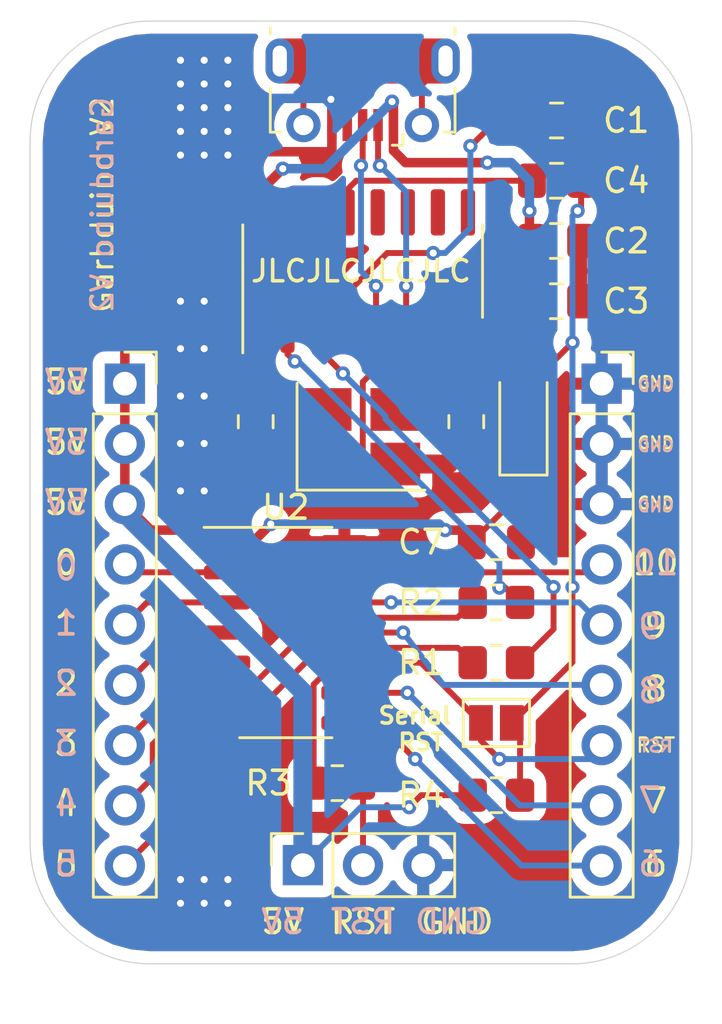
<source format=kicad_pcb>
(kicad_pcb (version 20171130) (host pcbnew "(5.1.9)-1")

  (general
    (thickness 1.6)
    (drawings 54)
    (tracks 232)
    (zones 0)
    (modules 20)
    (nets 26)
  )

  (page A4)
  (layers
    (0 F.Cu signal)
    (31 B.Cu signal)
    (32 B.Adhes user)
    (33 F.Adhes user)
    (34 B.Paste user)
    (35 F.Paste user)
    (36 B.SilkS user)
    (37 F.SilkS user)
    (38 B.Mask user)
    (39 F.Mask user)
    (40 Dwgs.User user)
    (41 Cmts.User user)
    (42 Eco1.User user)
    (43 Eco2.User user)
    (44 Edge.Cuts user)
    (45 Margin user)
    (46 B.CrtYd user)
    (47 F.CrtYd user)
    (48 B.Fab user)
    (49 F.Fab user hide)
  )

  (setup
    (last_trace_width 0.25)
    (user_trace_width 0.4)
    (user_trace_width 0.8)
    (trace_clearance 0.2)
    (zone_clearance 0.508)
    (zone_45_only no)
    (trace_min 0.2)
    (via_size 0.8)
    (via_drill 0.4)
    (via_min_size 0.4)
    (via_min_drill 0.3)
    (user_via 0.6 0.3)
    (uvia_size 0.3)
    (uvia_drill 0.1)
    (uvias_allowed no)
    (uvia_min_size 0.2)
    (uvia_min_drill 0.1)
    (edge_width 0.05)
    (segment_width 0.2)
    (pcb_text_width 0.3)
    (pcb_text_size 1.5 1.5)
    (mod_edge_width 0.12)
    (mod_text_size 1 1)
    (mod_text_width 0.15)
    (pad_size 1.524 1.524)
    (pad_drill 0.762)
    (pad_to_mask_clearance 0)
    (aux_axis_origin 0 0)
    (visible_elements FFFFFF7F)
    (pcbplotparams
      (layerselection 0x010fc_ffffffff)
      (usegerberextensions false)
      (usegerberattributes false)
      (usegerberadvancedattributes true)
      (creategerberjobfile true)
      (excludeedgelayer true)
      (linewidth 0.100000)
      (plotframeref false)
      (viasonmask false)
      (mode 1)
      (useauxorigin false)
      (hpglpennumber 1)
      (hpglpenspeed 20)
      (hpglpendiameter 15.000000)
      (psnegative false)
      (psa4output false)
      (plotreference true)
      (plotvalue true)
      (plotinvisibletext false)
      (padsonsilk false)
      (subtractmaskfromsilk false)
      (outputformat 1)
      (mirror false)
      (drillshape 0)
      (scaleselection 1)
      (outputdirectory "gerbers/"))
  )

  (net 0 "")
  (net 1 GND)
  (net 2 "Net-(C1-Pad1)")
  (net 3 +5V)
  (net 4 "Net-(C4-Pad2)")
  (net 5 "Net-(C4-Pad1)")
  (net 6 "Net-(C5-Pad1)")
  (net 7 "Net-(C6-Pad1)")
  (net 8 "Net-(J1-Pad6)")
  (net 9 "Net-(J1-Pad3)")
  (net 10 "Net-(J1-Pad2)")
  (net 11 "Net-(J2-Pad2)")
  (net 12 PB2)
  (net 13 PB3)
  (net 14 PA7)
  (net 15 PA6)
  (net 16 PA5)
  (net 17 PA4)
  (net 18 PB1)
  (net 19 PB0)
  (net 20 PA1)
  (net 21 PA2)
  (net 22 PA3)
  (net 23 RESET)
  (net 24 RXD)
  (net 25 TXD)

  (net_class Default "This is the default net class."
    (clearance 0.2)
    (trace_width 0.25)
    (via_dia 0.8)
    (via_drill 0.4)
    (uvia_dia 0.3)
    (uvia_drill 0.1)
    (add_net +5V)
    (add_net GND)
    (add_net "Net-(C1-Pad1)")
    (add_net "Net-(C4-Pad1)")
    (add_net "Net-(C4-Pad2)")
    (add_net "Net-(C5-Pad1)")
    (add_net "Net-(C6-Pad1)")
    (add_net "Net-(J1-Pad2)")
    (add_net "Net-(J1-Pad3)")
    (add_net "Net-(J1-Pad4)")
    (add_net "Net-(J1-Pad6)")
    (add_net "Net-(J2-Pad2)")
    (add_net "Net-(U1-Pad10)")
    (add_net "Net-(U1-Pad11)")
    (add_net "Net-(U1-Pad12)")
    (add_net "Net-(U1-Pad14)")
    (add_net "Net-(U1-Pad15)")
    (add_net "Net-(U1-Pad9)")
    (add_net PA1)
    (add_net PA2)
    (add_net PA3)
    (add_net PA4)
    (add_net PA5)
    (add_net PA6)
    (add_net PA7)
    (add_net PB0)
    (add_net PB1)
    (add_net PB2)
    (add_net PB3)
    (add_net RESET)
    (add_net RXD)
    (add_net TXD)
  )

  (module Resistor_SMD:R_0805_2012Metric_Pad1.20x1.40mm_HandSolder (layer F.Cu) (tedit 5F68FEEE) (tstamp 605F9703)
    (at 104.775 53.848 180)
    (descr "Resistor SMD 0805 (2012 Metric), square (rectangular) end terminal, IPC_7351 nominal with elongated pad for handsoldering. (Body size source: IPC-SM-782 page 72, https://www.pcb-3d.com/wordpress/wp-content/uploads/ipc-sm-782a_amendment_1_and_2.pdf), generated with kicad-footprint-generator")
    (tags "resistor handsolder")
    (path /60C76AD9)
    (attr smd)
    (fp_text reference R4 (at 3.175 -0.000001) (layer F.SilkS)
      (effects (font (size 1 1) (thickness 0.15)))
    )
    (fp_text value 10k (at 0 1.65) (layer F.Fab)
      (effects (font (size 1 1) (thickness 0.15)))
    )
    (fp_text user %R (at 0 0) (layer F.Fab)
      (effects (font (size 0.5 0.5) (thickness 0.08)))
    )
    (fp_line (start -1 0.625) (end -1 -0.625) (layer F.Fab) (width 0.1))
    (fp_line (start -1 -0.625) (end 1 -0.625) (layer F.Fab) (width 0.1))
    (fp_line (start 1 -0.625) (end 1 0.625) (layer F.Fab) (width 0.1))
    (fp_line (start 1 0.625) (end -1 0.625) (layer F.Fab) (width 0.1))
    (fp_line (start -0.227064 -0.735) (end 0.227064 -0.735) (layer F.SilkS) (width 0.12))
    (fp_line (start -0.227064 0.735) (end 0.227064 0.735) (layer F.SilkS) (width 0.12))
    (fp_line (start -1.85 0.95) (end -1.85 -0.95) (layer F.CrtYd) (width 0.05))
    (fp_line (start -1.85 -0.95) (end 1.85 -0.95) (layer F.CrtYd) (width 0.05))
    (fp_line (start 1.85 -0.95) (end 1.85 0.95) (layer F.CrtYd) (width 0.05))
    (fp_line (start 1.85 0.95) (end -1.85 0.95) (layer F.CrtYd) (width 0.05))
    (pad 2 smd roundrect (at 1 0 180) (size 1.2 1.4) (layers F.Cu F.Paste F.Mask) (roundrect_rratio 0.2083325)
      (net 3 +5V))
    (pad 1 smd roundrect (at -1 0 180) (size 1.2 1.4) (layers F.Cu F.Paste F.Mask) (roundrect_rratio 0.2083325)
      (net 4 "Net-(C4-Pad2)"))
    (model ${KISYS3DMOD}/Resistor_SMD.3dshapes/R_0805_2012Metric.wrl
      (at (xyz 0 0 0))
      (scale (xyz 1 1 1))
      (rotate (xyz 0 0 0))
    )
  )

  (module Diode_SMD:D_SOD-123 (layer F.Cu) (tedit 58645DC7) (tstamp 605F958C)
    (at 105.918 38.1 90)
    (descr SOD-123)
    (tags SOD-123)
    (path /60C797F7)
    (attr smd)
    (fp_text reference D1 (at 0 -2 90) (layer F.SilkS) hide
      (effects (font (size 1 1) (thickness 0.15)))
    )
    (fp_text value D_Small (at 0 2.1 90) (layer F.Fab)
      (effects (font (size 1 1) (thickness 0.15)))
    )
    (fp_text user %R (at 0 -2 90) (layer F.Fab)
      (effects (font (size 1 1) (thickness 0.15)))
    )
    (fp_line (start -2.25 -1) (end -2.25 1) (layer F.SilkS) (width 0.12))
    (fp_line (start 0.25 0) (end 0.75 0) (layer F.Fab) (width 0.1))
    (fp_line (start 0.25 0.4) (end -0.35 0) (layer F.Fab) (width 0.1))
    (fp_line (start 0.25 -0.4) (end 0.25 0.4) (layer F.Fab) (width 0.1))
    (fp_line (start -0.35 0) (end 0.25 -0.4) (layer F.Fab) (width 0.1))
    (fp_line (start -0.35 0) (end -0.35 0.55) (layer F.Fab) (width 0.1))
    (fp_line (start -0.35 0) (end -0.35 -0.55) (layer F.Fab) (width 0.1))
    (fp_line (start -0.75 0) (end -0.35 0) (layer F.Fab) (width 0.1))
    (fp_line (start -1.4 0.9) (end -1.4 -0.9) (layer F.Fab) (width 0.1))
    (fp_line (start 1.4 0.9) (end -1.4 0.9) (layer F.Fab) (width 0.1))
    (fp_line (start 1.4 -0.9) (end 1.4 0.9) (layer F.Fab) (width 0.1))
    (fp_line (start -1.4 -0.9) (end 1.4 -0.9) (layer F.Fab) (width 0.1))
    (fp_line (start -2.35 -1.15) (end 2.35 -1.15) (layer F.CrtYd) (width 0.05))
    (fp_line (start 2.35 -1.15) (end 2.35 1.15) (layer F.CrtYd) (width 0.05))
    (fp_line (start 2.35 1.15) (end -2.35 1.15) (layer F.CrtYd) (width 0.05))
    (fp_line (start -2.35 -1.15) (end -2.35 1.15) (layer F.CrtYd) (width 0.05))
    (fp_line (start -2.25 1) (end 1.65 1) (layer F.SilkS) (width 0.12))
    (fp_line (start -2.25 -1) (end 1.65 -1) (layer F.SilkS) (width 0.12))
    (pad 2 smd rect (at 1.65 0 90) (size 0.9 1.2) (layers F.Cu F.Paste F.Mask)
      (net 4 "Net-(C4-Pad2)"))
    (pad 1 smd rect (at -1.65 0 90) (size 0.9 1.2) (layers F.Cu F.Paste F.Mask)
      (net 3 +5V))
    (model ${KISYS3DMOD}/Diode_SMD.3dshapes/D_SOD-123.wrl
      (at (xyz 0 0 0))
      (scale (xyz 1 1 1))
      (rotate (xyz 0 0 0))
    )
  )

  (module Crystal:Crystal_SMD_3225-4Pin_3.2x2.5mm_HandSoldering (layer F.Cu) (tedit 5A0FD1B2) (tstamp 605E7A06)
    (at 99.06 38.735)
    (descr "SMD Crystal SERIES SMD3225/4 http://www.txccrystal.com/images/pdf/7m-accuracy.pdf, hand-soldering, 3.2x2.5mm^2 package")
    (tags "SMD SMT crystal hand-soldering")
    (path /60C02038)
    (attr smd)
    (fp_text reference Y1 (at 0 -3.05) (layer F.SilkS) hide
      (effects (font (size 1 1) (thickness 0.15)))
    )
    (fp_text value Crystal_GND24 (at 0 3.05) (layer F.Fab)
      (effects (font (size 1 1) (thickness 0.15)))
    )
    (fp_text user %R (at 0 0) (layer F.Fab)
      (effects (font (size 0.7 0.7) (thickness 0.105)))
    )
    (fp_line (start -1.6 -1.25) (end -1.6 1.25) (layer F.Fab) (width 0.1))
    (fp_line (start -1.6 1.25) (end 1.6 1.25) (layer F.Fab) (width 0.1))
    (fp_line (start 1.6 1.25) (end 1.6 -1.25) (layer F.Fab) (width 0.1))
    (fp_line (start 1.6 -1.25) (end -1.6 -1.25) (layer F.Fab) (width 0.1))
    (fp_line (start -1.6 0.25) (end -0.6 1.25) (layer F.Fab) (width 0.1))
    (fp_line (start -2.7 -2.25) (end -2.7 2.25) (layer F.SilkS) (width 0.12))
    (fp_line (start -2.7 2.25) (end 2.7 2.25) (layer F.SilkS) (width 0.12))
    (fp_line (start -2.8 -2.3) (end -2.8 2.3) (layer F.CrtYd) (width 0.05))
    (fp_line (start -2.8 2.3) (end 2.8 2.3) (layer F.CrtYd) (width 0.05))
    (fp_line (start 2.8 2.3) (end 2.8 -2.3) (layer F.CrtYd) (width 0.05))
    (fp_line (start 2.8 -2.3) (end -2.8 -2.3) (layer F.CrtYd) (width 0.05))
    (pad 4 smd rect (at -1.45 -1.15) (size 2.1 1.8) (layers F.Cu F.Paste F.Mask)
      (net 1 GND))
    (pad 3 smd rect (at 1.45 -1.15) (size 2.1 1.8) (layers F.Cu F.Paste F.Mask)
      (net 7 "Net-(C6-Pad1)"))
    (pad 2 smd rect (at 1.45 1.15) (size 2.1 1.8) (layers F.Cu F.Paste F.Mask)
      (net 1 GND))
    (pad 1 smd rect (at -1.45 1.15) (size 2.1 1.8) (layers F.Cu F.Paste F.Mask)
      (net 6 "Net-(C5-Pad1)"))
    (model ${KISYS3DMOD}/Crystal.3dshapes/Crystal_SMD_3225-4Pin_3.2x2.5mm_HandSoldering.wrl
      (at (xyz 0 0 0))
      (scale (xyz 1 1 1))
      (rotate (xyz 0 0 0))
    )
  )

  (module Package_SO:SOIC-14_3.9x8.7mm_P1.27mm (layer F.Cu) (tedit 5D9F72B1) (tstamp 605E79F2)
    (at 95.885 46.99)
    (descr "SOIC, 14 Pin (JEDEC MS-012AB, https://www.analog.com/media/en/package-pcb-resources/package/pkg_pdf/soic_narrow-r/r_14.pdf), generated with kicad-footprint-generator ipc_gullwing_generator.py")
    (tags "SOIC SO")
    (path /60BB662D)
    (attr smd)
    (fp_text reference U2 (at 0 -5.28) (layer F.SilkS)
      (effects (font (size 1 1) (thickness 0.15)))
    )
    (fp_text value ATtiny1614-SS (at 0 5.28) (layer F.Fab)
      (effects (font (size 1 1) (thickness 0.15)))
    )
    (fp_text user %R (at 0 0) (layer F.Fab)
      (effects (font (size 0.98 0.98) (thickness 0.15)))
    )
    (fp_line (start 0 4.435) (end 1.95 4.435) (layer F.SilkS) (width 0.12))
    (fp_line (start 0 4.435) (end -1.95 4.435) (layer F.SilkS) (width 0.12))
    (fp_line (start 0 -4.435) (end 1.95 -4.435) (layer F.SilkS) (width 0.12))
    (fp_line (start 0 -4.435) (end -3.45 -4.435) (layer F.SilkS) (width 0.12))
    (fp_line (start -0.975 -4.325) (end 1.95 -4.325) (layer F.Fab) (width 0.1))
    (fp_line (start 1.95 -4.325) (end 1.95 4.325) (layer F.Fab) (width 0.1))
    (fp_line (start 1.95 4.325) (end -1.95 4.325) (layer F.Fab) (width 0.1))
    (fp_line (start -1.95 4.325) (end -1.95 -3.35) (layer F.Fab) (width 0.1))
    (fp_line (start -1.95 -3.35) (end -0.975 -4.325) (layer F.Fab) (width 0.1))
    (fp_line (start -3.7 -4.58) (end -3.7 4.58) (layer F.CrtYd) (width 0.05))
    (fp_line (start -3.7 4.58) (end 3.7 4.58) (layer F.CrtYd) (width 0.05))
    (fp_line (start 3.7 4.58) (end 3.7 -4.58) (layer F.CrtYd) (width 0.05))
    (fp_line (start 3.7 -4.58) (end -3.7 -4.58) (layer F.CrtYd) (width 0.05))
    (pad 14 smd roundrect (at 2.475 -3.81) (size 1.95 0.6) (layers F.Cu F.Paste F.Mask) (roundrect_rratio 0.25)
      (net 1 GND))
    (pad 13 smd roundrect (at 2.475 -2.54) (size 1.95 0.6) (layers F.Cu F.Paste F.Mask) (roundrect_rratio 0.25)
      (net 22 PA3))
    (pad 12 smd roundrect (at 2.475 -1.27) (size 1.95 0.6) (layers F.Cu F.Paste F.Mask) (roundrect_rratio 0.25)
      (net 21 PA2))
    (pad 11 smd roundrect (at 2.475 0) (size 1.95 0.6) (layers F.Cu F.Paste F.Mask) (roundrect_rratio 0.25)
      (net 20 PA1))
    (pad 10 smd roundrect (at 2.475 1.27) (size 1.95 0.6) (layers F.Cu F.Paste F.Mask) (roundrect_rratio 0.25)
      (net 23 RESET))
    (pad 9 smd roundrect (at 2.475 2.54) (size 1.95 0.6) (layers F.Cu F.Paste F.Mask) (roundrect_rratio 0.25)
      (net 19 PB0))
    (pad 8 smd roundrect (at 2.475 3.81) (size 1.95 0.6) (layers F.Cu F.Paste F.Mask) (roundrect_rratio 0.25)
      (net 18 PB1))
    (pad 7 smd roundrect (at -2.475 3.81) (size 1.95 0.6) (layers F.Cu F.Paste F.Mask) (roundrect_rratio 0.25)
      (net 12 PB2))
    (pad 6 smd roundrect (at -2.475 2.54) (size 1.95 0.6) (layers F.Cu F.Paste F.Mask) (roundrect_rratio 0.25)
      (net 13 PB3))
    (pad 5 smd roundrect (at -2.475 1.27) (size 1.95 0.6) (layers F.Cu F.Paste F.Mask) (roundrect_rratio 0.25)
      (net 14 PA7))
    (pad 4 smd roundrect (at -2.475 0) (size 1.95 0.6) (layers F.Cu F.Paste F.Mask) (roundrect_rratio 0.25)
      (net 15 PA6))
    (pad 3 smd roundrect (at -2.475 -1.27) (size 1.95 0.6) (layers F.Cu F.Paste F.Mask) (roundrect_rratio 0.25)
      (net 16 PA5))
    (pad 2 smd roundrect (at -2.475 -2.54) (size 1.95 0.6) (layers F.Cu F.Paste F.Mask) (roundrect_rratio 0.25)
      (net 17 PA4))
    (pad 1 smd roundrect (at -2.475 -3.81) (size 1.95 0.6) (layers F.Cu F.Paste F.Mask) (roundrect_rratio 0.25)
      (net 3 +5V))
    (model ${KISYS3DMOD}/Package_SO.3dshapes/SOIC-14_3.9x8.7mm_P1.27mm.wrl
      (at (xyz 0 0 0))
      (scale (xyz 1 1 1))
      (rotate (xyz 0 0 0))
    )
  )

  (module Package_SO:SOIC-16_3.9x9.9mm_P1.27mm (layer F.Cu) (tedit 5D9F72B1) (tstamp 605E9463)
    (at 99.13 31.75 90)
    (descr "SOIC, 16 Pin (JEDEC MS-012AC, https://www.analog.com/media/en/package-pcb-resources/package/pkg_pdf/soic_narrow-r/r_16.pdf), generated with kicad-footprint-generator ipc_gullwing_generator.py")
    (tags "SOIC SO")
    (path /60BB80BA)
    (attr smd)
    (fp_text reference U1 (at 0 -5.9 90) (layer F.SilkS) hide
      (effects (font (size 1 1) (thickness 0.15)))
    )
    (fp_text value CH340G (at 0 5.9 90) (layer F.Fab)
      (effects (font (size 1 1) (thickness 0.15)))
    )
    (fp_text user %R (at 0 0 90) (layer F.Fab)
      (effects (font (size 0.98 0.98) (thickness 0.15)))
    )
    (fp_line (start 0 5.06) (end 1.95 5.06) (layer F.SilkS) (width 0.12))
    (fp_line (start 0 5.06) (end -1.95 5.06) (layer F.SilkS) (width 0.12))
    (fp_line (start 0 -5.06) (end 1.95 -5.06) (layer F.SilkS) (width 0.12))
    (fp_line (start 0 -5.06) (end -3.45 -5.06) (layer F.SilkS) (width 0.12))
    (fp_line (start -0.975 -4.95) (end 1.95 -4.95) (layer F.Fab) (width 0.1))
    (fp_line (start 1.95 -4.95) (end 1.95 4.95) (layer F.Fab) (width 0.1))
    (fp_line (start 1.95 4.95) (end -1.95 4.95) (layer F.Fab) (width 0.1))
    (fp_line (start -1.95 4.95) (end -1.95 -3.975) (layer F.Fab) (width 0.1))
    (fp_line (start -1.95 -3.975) (end -0.975 -4.95) (layer F.Fab) (width 0.1))
    (fp_line (start -3.7 -5.2) (end -3.7 5.2) (layer F.CrtYd) (width 0.05))
    (fp_line (start -3.7 5.2) (end 3.7 5.2) (layer F.CrtYd) (width 0.05))
    (fp_line (start 3.7 5.2) (end 3.7 -5.2) (layer F.CrtYd) (width 0.05))
    (fp_line (start 3.7 -5.2) (end -3.7 -5.2) (layer F.CrtYd) (width 0.05))
    (pad 16 smd roundrect (at 2.475 -4.445 90) (size 1.95 0.6) (layers F.Cu F.Paste F.Mask) (roundrect_rratio 0.25)
      (net 3 +5V))
    (pad 15 smd roundrect (at 2.475 -3.175 90) (size 1.95 0.6) (layers F.Cu F.Paste F.Mask) (roundrect_rratio 0.25))
    (pad 14 smd roundrect (at 2.475 -1.905 90) (size 1.95 0.6) (layers F.Cu F.Paste F.Mask) (roundrect_rratio 0.25))
    (pad 13 smd roundrect (at 2.475 -0.635 90) (size 1.95 0.6) (layers F.Cu F.Paste F.Mask) (roundrect_rratio 0.25)
      (net 5 "Net-(C4-Pad1)"))
    (pad 12 smd roundrect (at 2.475 0.635 90) (size 1.95 0.6) (layers F.Cu F.Paste F.Mask) (roundrect_rratio 0.25))
    (pad 11 smd roundrect (at 2.475 1.905 90) (size 1.95 0.6) (layers F.Cu F.Paste F.Mask) (roundrect_rratio 0.25))
    (pad 10 smd roundrect (at 2.475 3.175 90) (size 1.95 0.6) (layers F.Cu F.Paste F.Mask) (roundrect_rratio 0.25))
    (pad 9 smd roundrect (at 2.475 4.445 90) (size 1.95 0.6) (layers F.Cu F.Paste F.Mask) (roundrect_rratio 0.25))
    (pad 8 smd roundrect (at -2.475 4.445 90) (size 1.95 0.6) (layers F.Cu F.Paste F.Mask) (roundrect_rratio 0.25)
      (net 7 "Net-(C6-Pad1)"))
    (pad 7 smd roundrect (at -2.475 3.175 90) (size 1.95 0.6) (layers F.Cu F.Paste F.Mask) (roundrect_rratio 0.25)
      (net 6 "Net-(C5-Pad1)"))
    (pad 6 smd roundrect (at -2.475 1.905 90) (size 1.95 0.6) (layers F.Cu F.Paste F.Mask) (roundrect_rratio 0.25)
      (net 10 "Net-(J1-Pad2)"))
    (pad 5 smd roundrect (at -2.475 0.635 90) (size 1.95 0.6) (layers F.Cu F.Paste F.Mask) (roundrect_rratio 0.25)
      (net 9 "Net-(J1-Pad3)"))
    (pad 4 smd roundrect (at -2.475 -0.635 90) (size 1.95 0.6) (layers F.Cu F.Paste F.Mask) (roundrect_rratio 0.25)
      (net 2 "Net-(C1-Pad1)"))
    (pad 3 smd roundrect (at -2.475 -1.905 90) (size 1.95 0.6) (layers F.Cu F.Paste F.Mask) (roundrect_rratio 0.25)
      (net 24 RXD))
    (pad 2 smd roundrect (at -2.475 -3.175 90) (size 1.95 0.6) (layers F.Cu F.Paste F.Mask) (roundrect_rratio 0.25)
      (net 25 TXD))
    (pad 1 smd roundrect (at -2.475 -4.445 90) (size 1.95 0.6) (layers F.Cu F.Paste F.Mask) (roundrect_rratio 0.25)
      (net 1 GND))
    (model ${KISYS3DMOD}/Package_SO.3dshapes/SOIC-16_3.9x9.9mm_P1.27mm.wrl
      (at (xyz 0 0 0))
      (scale (xyz 1 1 1))
      (rotate (xyz 0 0 0))
    )
  )

  (module Resistor_SMD:R_0805_2012Metric_Pad1.20x1.40mm_HandSolder (layer F.Cu) (tedit 5F68FEEE) (tstamp 605E79B0)
    (at 98.06 53.34 180)
    (descr "Resistor SMD 0805 (2012 Metric), square (rectangular) end terminal, IPC_7351 nominal with elongated pad for handsoldering. (Body size source: IPC-SM-782 page 72, https://www.pcb-3d.com/wordpress/wp-content/uploads/ipc-sm-782a_amendment_1_and_2.pdf), generated with kicad-footprint-generator")
    (tags "resistor handsolder")
    (path /60BD5E2B)
    (attr smd)
    (fp_text reference R3 (at 2.905 0) (layer F.SilkS)
      (effects (font (size 1 1) (thickness 0.15)))
    )
    (fp_text value 4.7k (at 0 1.65) (layer F.Fab)
      (effects (font (size 1 1) (thickness 0.15)))
    )
    (fp_text user %R (at 0 0) (layer F.Fab)
      (effects (font (size 0.5 0.5) (thickness 0.08)))
    )
    (fp_line (start -1 0.625) (end -1 -0.625) (layer F.Fab) (width 0.1))
    (fp_line (start -1 -0.625) (end 1 -0.625) (layer F.Fab) (width 0.1))
    (fp_line (start 1 -0.625) (end 1 0.625) (layer F.Fab) (width 0.1))
    (fp_line (start 1 0.625) (end -1 0.625) (layer F.Fab) (width 0.1))
    (fp_line (start -0.227064 -0.735) (end 0.227064 -0.735) (layer F.SilkS) (width 0.12))
    (fp_line (start -0.227064 0.735) (end 0.227064 0.735) (layer F.SilkS) (width 0.12))
    (fp_line (start -1.85 0.95) (end -1.85 -0.95) (layer F.CrtYd) (width 0.05))
    (fp_line (start -1.85 -0.95) (end 1.85 -0.95) (layer F.CrtYd) (width 0.05))
    (fp_line (start 1.85 -0.95) (end 1.85 0.95) (layer F.CrtYd) (width 0.05))
    (fp_line (start 1.85 0.95) (end -1.85 0.95) (layer F.CrtYd) (width 0.05))
    (pad 2 smd roundrect (at 1 0 180) (size 1.2 1.4) (layers F.Cu F.Paste F.Mask) (roundrect_rratio 0.2083325)
      (net 23 RESET))
    (pad 1 smd roundrect (at -1 0 180) (size 1.2 1.4) (layers F.Cu F.Paste F.Mask) (roundrect_rratio 0.2083325)
      (net 11 "Net-(J2-Pad2)"))
    (model ${KISYS3DMOD}/Resistor_SMD.3dshapes/R_0805_2012Metric.wrl
      (at (xyz 0 0 0))
      (scale (xyz 1 1 1))
      (rotate (xyz 0 0 0))
    )
  )

  (module Resistor_SMD:R_0805_2012Metric_Pad1.20x1.40mm_HandSolder (layer F.Cu) (tedit 5F68FEEE) (tstamp 605E799F)
    (at 104.775 45.72)
    (descr "Resistor SMD 0805 (2012 Metric), square (rectangular) end terminal, IPC_7351 nominal with elongated pad for handsoldering. (Body size source: IPC-SM-782 page 72, https://www.pcb-3d.com/wordpress/wp-content/uploads/ipc-sm-782a_amendment_1_and_2.pdf), generated with kicad-footprint-generator")
    (tags "resistor handsolder")
    (path /60BCFED0)
    (attr smd)
    (fp_text reference R2 (at -3.175 0) (layer F.SilkS)
      (effects (font (size 1 1) (thickness 0.15)))
    )
    (fp_text value 1k (at 0 1.65) (layer F.Fab)
      (effects (font (size 1 1) (thickness 0.15)))
    )
    (fp_text user %R (at 0 0) (layer F.Fab)
      (effects (font (size 0.5 0.5) (thickness 0.08)))
    )
    (fp_line (start -1 0.625) (end -1 -0.625) (layer F.Fab) (width 0.1))
    (fp_line (start -1 -0.625) (end 1 -0.625) (layer F.Fab) (width 0.1))
    (fp_line (start 1 -0.625) (end 1 0.625) (layer F.Fab) (width 0.1))
    (fp_line (start 1 0.625) (end -1 0.625) (layer F.Fab) (width 0.1))
    (fp_line (start -0.227064 -0.735) (end 0.227064 -0.735) (layer F.SilkS) (width 0.12))
    (fp_line (start -0.227064 0.735) (end 0.227064 0.735) (layer F.SilkS) (width 0.12))
    (fp_line (start -1.85 0.95) (end -1.85 -0.95) (layer F.CrtYd) (width 0.05))
    (fp_line (start -1.85 -0.95) (end 1.85 -0.95) (layer F.CrtYd) (width 0.05))
    (fp_line (start 1.85 -0.95) (end 1.85 0.95) (layer F.CrtYd) (width 0.05))
    (fp_line (start 1.85 0.95) (end -1.85 0.95) (layer F.CrtYd) (width 0.05))
    (pad 2 smd roundrect (at 1 0) (size 1.2 1.4) (layers F.Cu F.Paste F.Mask) (roundrect_rratio 0.2083325)
      (net 25 TXD))
    (pad 1 smd roundrect (at -1 0) (size 1.2 1.4) (layers F.Cu F.Paste F.Mask) (roundrect_rratio 0.2083325)
      (net 13 PB3))
    (model ${KISYS3DMOD}/Resistor_SMD.3dshapes/R_0805_2012Metric.wrl
      (at (xyz 0 0 0))
      (scale (xyz 1 1 1))
      (rotate (xyz 0 0 0))
    )
  )

  (module Resistor_SMD:R_0805_2012Metric_Pad1.20x1.40mm_HandSolder (layer F.Cu) (tedit 5F68FEEE) (tstamp 605E798E)
    (at 104.775 48.26)
    (descr "Resistor SMD 0805 (2012 Metric), square (rectangular) end terminal, IPC_7351 nominal with elongated pad for handsoldering. (Body size source: IPC-SM-782 page 72, https://www.pcb-3d.com/wordpress/wp-content/uploads/ipc-sm-782a_amendment_1_and_2.pdf), generated with kicad-footprint-generator")
    (tags "resistor handsolder")
    (path /60BD01EE)
    (attr smd)
    (fp_text reference R1 (at -3.175 0) (layer F.SilkS)
      (effects (font (size 1 1) (thickness 0.15)))
    )
    (fp_text value 1k (at 0 1.65) (layer F.Fab)
      (effects (font (size 1 1) (thickness 0.15)))
    )
    (fp_text user %R (at 0 0) (layer F.Fab)
      (effects (font (size 0.5 0.5) (thickness 0.08)))
    )
    (fp_line (start -1 0.625) (end -1 -0.625) (layer F.Fab) (width 0.1))
    (fp_line (start -1 -0.625) (end 1 -0.625) (layer F.Fab) (width 0.1))
    (fp_line (start 1 -0.625) (end 1 0.625) (layer F.Fab) (width 0.1))
    (fp_line (start 1 0.625) (end -1 0.625) (layer F.Fab) (width 0.1))
    (fp_line (start -0.227064 -0.735) (end 0.227064 -0.735) (layer F.SilkS) (width 0.12))
    (fp_line (start -0.227064 0.735) (end 0.227064 0.735) (layer F.SilkS) (width 0.12))
    (fp_line (start -1.85 0.95) (end -1.85 -0.95) (layer F.CrtYd) (width 0.05))
    (fp_line (start -1.85 -0.95) (end 1.85 -0.95) (layer F.CrtYd) (width 0.05))
    (fp_line (start 1.85 -0.95) (end 1.85 0.95) (layer F.CrtYd) (width 0.05))
    (fp_line (start 1.85 0.95) (end -1.85 0.95) (layer F.CrtYd) (width 0.05))
    (pad 2 smd roundrect (at 1 0) (size 1.2 1.4) (layers F.Cu F.Paste F.Mask) (roundrect_rratio 0.2083325)
      (net 24 RXD))
    (pad 1 smd roundrect (at -1 0) (size 1.2 1.4) (layers F.Cu F.Paste F.Mask) (roundrect_rratio 0.2083325)
      (net 12 PB2))
    (model ${KISYS3DMOD}/Resistor_SMD.3dshapes/R_0805_2012Metric.wrl
      (at (xyz 0 0 0))
      (scale (xyz 1 1 1))
      (rotate (xyz 0 0 0))
    )
  )

  (module Jumper:SolderJumper-2_P1.3mm_Open_Pad1.0x1.5mm (layer F.Cu) (tedit 5A3EABFC) (tstamp 605E797D)
    (at 104.775 50.8 180)
    (descr "SMD Solder Jumper, 1x1.5mm Pads, 0.3mm gap, open")
    (tags "solder jumper open")
    (path /60BE86D0)
    (attr virtual)
    (fp_text reference JP1 (at 3.19 0) (layer F.SilkS) hide
      (effects (font (size 1 1) (thickness 0.15)))
    )
    (fp_text value SolderJumper_2_Open (at 0 1.9) (layer F.Fab)
      (effects (font (size 1 1) (thickness 0.15)))
    )
    (fp_line (start -1.4 1) (end -1.4 -1) (layer F.SilkS) (width 0.12))
    (fp_line (start 1.4 1) (end -1.4 1) (layer F.SilkS) (width 0.12))
    (fp_line (start 1.4 -1) (end 1.4 1) (layer F.SilkS) (width 0.12))
    (fp_line (start -1.4 -1) (end 1.4 -1) (layer F.SilkS) (width 0.12))
    (fp_line (start -1.65 -1.25) (end 1.65 -1.25) (layer F.CrtYd) (width 0.05))
    (fp_line (start -1.65 -1.25) (end -1.65 1.25) (layer F.CrtYd) (width 0.05))
    (fp_line (start 1.65 1.25) (end 1.65 -1.25) (layer F.CrtYd) (width 0.05))
    (fp_line (start 1.65 1.25) (end -1.65 1.25) (layer F.CrtYd) (width 0.05))
    (pad 1 smd rect (at -0.65 0 180) (size 1 1.5) (layers F.Cu F.Mask)
      (net 4 "Net-(C4-Pad2)"))
    (pad 2 smd rect (at 0.65 0 180) (size 1 1.5) (layers F.Cu F.Mask)
      (net 23 RESET))
  )

  (module Connector_PinSocket_2.54mm:PinSocket_1x09_P2.54mm_Vertical (layer F.Cu) (tedit 5A19A431) (tstamp 605E7CEB)
    (at 109.22 36.497)
    (descr "Through hole straight socket strip, 1x09, 2.54mm pitch, single row (from Kicad 4.0.7), script generated")
    (tags "Through hole socket strip THT 1x09 2.54mm single row")
    (path /60BEEFDF)
    (fp_text reference J4 (at 0 -2.77) (layer F.SilkS) hide
      (effects (font (size 1 1) (thickness 0.15)))
    )
    (fp_text value Conn_01x09 (at 0 23.09) (layer F.Fab)
      (effects (font (size 1 1) (thickness 0.15)))
    )
    (fp_text user %R (at 0 10.16 90) (layer F.Fab)
      (effects (font (size 1 1) (thickness 0.15)))
    )
    (fp_line (start -1.27 -1.27) (end 0.635 -1.27) (layer F.Fab) (width 0.1))
    (fp_line (start 0.635 -1.27) (end 1.27 -0.635) (layer F.Fab) (width 0.1))
    (fp_line (start 1.27 -0.635) (end 1.27 21.59) (layer F.Fab) (width 0.1))
    (fp_line (start 1.27 21.59) (end -1.27 21.59) (layer F.Fab) (width 0.1))
    (fp_line (start -1.27 21.59) (end -1.27 -1.27) (layer F.Fab) (width 0.1))
    (fp_line (start -1.33 1.27) (end 1.33 1.27) (layer F.SilkS) (width 0.12))
    (fp_line (start -1.33 1.27) (end -1.33 21.65) (layer F.SilkS) (width 0.12))
    (fp_line (start -1.33 21.65) (end 1.33 21.65) (layer F.SilkS) (width 0.12))
    (fp_line (start 1.33 1.27) (end 1.33 21.65) (layer F.SilkS) (width 0.12))
    (fp_line (start 1.33 -1.33) (end 1.33 0) (layer F.SilkS) (width 0.12))
    (fp_line (start 0 -1.33) (end 1.33 -1.33) (layer F.SilkS) (width 0.12))
    (fp_line (start -1.8 -1.8) (end 1.75 -1.8) (layer F.CrtYd) (width 0.05))
    (fp_line (start 1.75 -1.8) (end 1.75 22.1) (layer F.CrtYd) (width 0.05))
    (fp_line (start 1.75 22.1) (end -1.8 22.1) (layer F.CrtYd) (width 0.05))
    (fp_line (start -1.8 22.1) (end -1.8 -1.8) (layer F.CrtYd) (width 0.05))
    (pad 9 thru_hole oval (at 0 20.32) (size 1.7 1.7) (drill 1) (layers *.Cu *.Mask)
      (net 18 PB1))
    (pad 8 thru_hole oval (at 0 17.78) (size 1.7 1.7) (drill 1) (layers *.Cu *.Mask)
      (net 19 PB0))
    (pad 7 thru_hole oval (at 0 15.24) (size 1.7 1.7) (drill 1) (layers *.Cu *.Mask)
      (net 23 RESET))
    (pad 6 thru_hole oval (at 0 12.7) (size 1.7 1.7) (drill 1) (layers *.Cu *.Mask)
      (net 20 PA1))
    (pad 5 thru_hole oval (at 0 10.16) (size 1.7 1.7) (drill 1) (layers *.Cu *.Mask)
      (net 21 PA2))
    (pad 4 thru_hole oval (at 0 7.62) (size 1.7 1.7) (drill 1) (layers *.Cu *.Mask)
      (net 22 PA3))
    (pad 3 thru_hole oval (at 0 5.08) (size 1.7 1.7) (drill 1) (layers *.Cu *.Mask)
      (net 1 GND))
    (pad 2 thru_hole oval (at 0 2.54) (size 1.7 1.7) (drill 1) (layers *.Cu *.Mask)
      (net 1 GND))
    (pad 1 thru_hole rect (at 0 0) (size 1.7 1.7) (drill 1) (layers *.Cu *.Mask)
      (net 1 GND))
    (model ${KISYS3DMOD}/Connector_PinSocket_2.54mm.3dshapes/PinSocket_1x09_P2.54mm_Vertical.wrl
      (at (xyz 0 0 0))
      (scale (xyz 1 1 1))
      (rotate (xyz 0 0 0))
    )
  )

  (module Connector_PinSocket_2.54mm:PinSocket_1x09_P2.54mm_Vertical (layer F.Cu) (tedit 5A19A431) (tstamp 605E7952)
    (at 89.09 36.497)
    (descr "Through hole straight socket strip, 1x09, 2.54mm pitch, single row (from Kicad 4.0.7), script generated")
    (tags "Through hole socket strip THT 1x09 2.54mm single row")
    (path /60BEE056)
    (fp_text reference J3 (at 0 -2.77) (layer F.SilkS) hide
      (effects (font (size 1 1) (thickness 0.15)))
    )
    (fp_text value Conn_01x09 (at 0 23.09) (layer F.Fab)
      (effects (font (size 1 1) (thickness 0.15)))
    )
    (fp_text user %R (at 0 10.16 90) (layer F.Fab)
      (effects (font (size 1 1) (thickness 0.15)))
    )
    (fp_line (start -1.27 -1.27) (end 0.635 -1.27) (layer F.Fab) (width 0.1))
    (fp_line (start 0.635 -1.27) (end 1.27 -0.635) (layer F.Fab) (width 0.1))
    (fp_line (start 1.27 -0.635) (end 1.27 21.59) (layer F.Fab) (width 0.1))
    (fp_line (start 1.27 21.59) (end -1.27 21.59) (layer F.Fab) (width 0.1))
    (fp_line (start -1.27 21.59) (end -1.27 -1.27) (layer F.Fab) (width 0.1))
    (fp_line (start -1.33 1.27) (end 1.33 1.27) (layer F.SilkS) (width 0.12))
    (fp_line (start -1.33 1.27) (end -1.33 21.65) (layer F.SilkS) (width 0.12))
    (fp_line (start -1.33 21.65) (end 1.33 21.65) (layer F.SilkS) (width 0.12))
    (fp_line (start 1.33 1.27) (end 1.33 21.65) (layer F.SilkS) (width 0.12))
    (fp_line (start 1.33 -1.33) (end 1.33 0) (layer F.SilkS) (width 0.12))
    (fp_line (start 0 -1.33) (end 1.33 -1.33) (layer F.SilkS) (width 0.12))
    (fp_line (start -1.8 -1.8) (end 1.75 -1.8) (layer F.CrtYd) (width 0.05))
    (fp_line (start 1.75 -1.8) (end 1.75 22.1) (layer F.CrtYd) (width 0.05))
    (fp_line (start 1.75 22.1) (end -1.8 22.1) (layer F.CrtYd) (width 0.05))
    (fp_line (start -1.8 22.1) (end -1.8 -1.8) (layer F.CrtYd) (width 0.05))
    (pad 9 thru_hole oval (at 0 20.32) (size 1.7 1.7) (drill 1) (layers *.Cu *.Mask)
      (net 12 PB2))
    (pad 8 thru_hole oval (at 0 17.78) (size 1.7 1.7) (drill 1) (layers *.Cu *.Mask)
      (net 13 PB3))
    (pad 7 thru_hole oval (at 0 15.24) (size 1.7 1.7) (drill 1) (layers *.Cu *.Mask)
      (net 14 PA7))
    (pad 6 thru_hole oval (at 0 12.7) (size 1.7 1.7) (drill 1) (layers *.Cu *.Mask)
      (net 15 PA6))
    (pad 5 thru_hole oval (at 0 10.16) (size 1.7 1.7) (drill 1) (layers *.Cu *.Mask)
      (net 16 PA5))
    (pad 4 thru_hole oval (at 0 7.62) (size 1.7 1.7) (drill 1) (layers *.Cu *.Mask)
      (net 17 PA4))
    (pad 3 thru_hole oval (at 0 5.08) (size 1.7 1.7) (drill 1) (layers *.Cu *.Mask)
      (net 3 +5V))
    (pad 2 thru_hole oval (at 0 2.54) (size 1.7 1.7) (drill 1) (layers *.Cu *.Mask)
      (net 3 +5V))
    (pad 1 thru_hole rect (at 0 0) (size 1.7 1.7) (drill 1) (layers *.Cu *.Mask)
      (net 3 +5V))
    (model ${KISYS3DMOD}/Connector_PinSocket_2.54mm.3dshapes/PinSocket_1x09_P2.54mm_Vertical.wrl
      (at (xyz 0 0 0))
      (scale (xyz 1 1 1))
      (rotate (xyz 0 0 0))
    )
  )

  (module Connector_PinSocket_2.54mm:PinSocket_1x03_P2.54mm_Vertical (layer F.Cu) (tedit 5A19A429) (tstamp 605E7935)
    (at 96.605 56.797 90)
    (descr "Through hole straight socket strip, 1x03, 2.54mm pitch, single row (from Kicad 4.0.7), script generated")
    (tags "Through hole socket strip THT 1x03 2.54mm single row")
    (path /60BD709E)
    (fp_text reference J2 (at 0 -2.77 90) (layer F.SilkS) hide
      (effects (font (size 1 1) (thickness 0.15)))
    )
    (fp_text value Conn_01x03 (at 0 7.85 90) (layer F.Fab)
      (effects (font (size 1 1) (thickness 0.15)))
    )
    (fp_text user %R (at 0 2.54) (layer F.Fab)
      (effects (font (size 1 1) (thickness 0.15)))
    )
    (fp_line (start -1.27 -1.27) (end 0.635 -1.27) (layer F.Fab) (width 0.1))
    (fp_line (start 0.635 -1.27) (end 1.27 -0.635) (layer F.Fab) (width 0.1))
    (fp_line (start 1.27 -0.635) (end 1.27 6.35) (layer F.Fab) (width 0.1))
    (fp_line (start 1.27 6.35) (end -1.27 6.35) (layer F.Fab) (width 0.1))
    (fp_line (start -1.27 6.35) (end -1.27 -1.27) (layer F.Fab) (width 0.1))
    (fp_line (start -1.33 1.27) (end 1.33 1.27) (layer F.SilkS) (width 0.12))
    (fp_line (start -1.33 1.27) (end -1.33 6.41) (layer F.SilkS) (width 0.12))
    (fp_line (start -1.33 6.41) (end 1.33 6.41) (layer F.SilkS) (width 0.12))
    (fp_line (start 1.33 1.27) (end 1.33 6.41) (layer F.SilkS) (width 0.12))
    (fp_line (start 1.33 -1.33) (end 1.33 0) (layer F.SilkS) (width 0.12))
    (fp_line (start 0 -1.33) (end 1.33 -1.33) (layer F.SilkS) (width 0.12))
    (fp_line (start -1.8 -1.8) (end 1.75 -1.8) (layer F.CrtYd) (width 0.05))
    (fp_line (start 1.75 -1.8) (end 1.75 6.85) (layer F.CrtYd) (width 0.05))
    (fp_line (start 1.75 6.85) (end -1.8 6.85) (layer F.CrtYd) (width 0.05))
    (fp_line (start -1.8 6.85) (end -1.8 -1.8) (layer F.CrtYd) (width 0.05))
    (pad 3 thru_hole oval (at 0 5.08 90) (size 1.7 1.7) (drill 1) (layers *.Cu *.Mask)
      (net 1 GND))
    (pad 2 thru_hole oval (at 0 2.54 90) (size 1.7 1.7) (drill 1) (layers *.Cu *.Mask)
      (net 11 "Net-(J2-Pad2)"))
    (pad 1 thru_hole rect (at 0 0 90) (size 1.7 1.7) (drill 1) (layers *.Cu *.Mask)
      (net 3 +5V))
    (model ${KISYS3DMOD}/Connector_PinSocket_2.54mm.3dshapes/PinSocket_1x03_P2.54mm_Vertical.wrl
      (at (xyz 0 0 0))
      (scale (xyz 1 1 1))
      (rotate (xyz 0 0 0))
    )
  )

  (module Connector_USB:USB_Micro-B_Molex-105017-0001 (layer F.Cu) (tedit 5A1DC0BE) (tstamp 605E791E)
    (at 99.13 24.13 180)
    (descr http://www.molex.com/pdm_docs/sd/1050170001_sd.pdf)
    (tags "Micro-USB SMD Typ-B")
    (path /60BB9C70)
    (attr smd)
    (fp_text reference J1 (at 0 -3.1125) (layer F.SilkS) hide
      (effects (font (size 1 1) (thickness 0.15)))
    )
    (fp_text value USB_B_Micro (at 0.3 4.3375) (layer F.Fab)
      (effects (font (size 1 1) (thickness 0.15)))
    )
    (fp_text user %R (at 0 0.8875) (layer F.Fab)
      (effects (font (size 1 1) (thickness 0.15)))
    )
    (fp_text user "PCB Edge" (at 0 2.6875) (layer Dwgs.User)
      (effects (font (size 0.5 0.5) (thickness 0.08)))
    )
    (fp_line (start -4.4 3.64) (end 4.4 3.64) (layer F.CrtYd) (width 0.05))
    (fp_line (start 4.4 -2.46) (end 4.4 3.64) (layer F.CrtYd) (width 0.05))
    (fp_line (start -4.4 -2.46) (end 4.4 -2.46) (layer F.CrtYd) (width 0.05))
    (fp_line (start -4.4 3.64) (end -4.4 -2.46) (layer F.CrtYd) (width 0.05))
    (fp_line (start -3.9 -1.7625) (end -3.45 -1.7625) (layer F.SilkS) (width 0.12))
    (fp_line (start -3.9 0.0875) (end -3.9 -1.7625) (layer F.SilkS) (width 0.12))
    (fp_line (start 3.9 2.6375) (end 3.9 2.3875) (layer F.SilkS) (width 0.12))
    (fp_line (start 3.75 3.3875) (end 3.75 -1.6125) (layer F.Fab) (width 0.1))
    (fp_line (start -3 2.689204) (end 3 2.689204) (layer F.Fab) (width 0.1))
    (fp_line (start -3.75 3.389204) (end 3.75 3.389204) (layer F.Fab) (width 0.1))
    (fp_line (start -3.75 -1.6125) (end 3.75 -1.6125) (layer F.Fab) (width 0.1))
    (fp_line (start -3.75 3.3875) (end -3.75 -1.6125) (layer F.Fab) (width 0.1))
    (fp_line (start -3.9 2.6375) (end -3.9 2.3875) (layer F.SilkS) (width 0.12))
    (fp_line (start 3.9 0.0875) (end 3.9 -1.7625) (layer F.SilkS) (width 0.12))
    (fp_line (start 3.9 -1.7625) (end 3.45 -1.7625) (layer F.SilkS) (width 0.12))
    (fp_line (start -1.7 -2.3125) (end -1.25 -2.3125) (layer F.SilkS) (width 0.12))
    (fp_line (start -1.7 -2.3125) (end -1.7 -1.8625) (layer F.SilkS) (width 0.12))
    (fp_line (start -1.3 -1.7125) (end -1.5 -1.9125) (layer F.Fab) (width 0.1))
    (fp_line (start -1.1 -1.9125) (end -1.3 -1.7125) (layer F.Fab) (width 0.1))
    (fp_line (start -1.5 -2.1225) (end -1.1 -2.1225) (layer F.Fab) (width 0.1))
    (fp_line (start -1.5 -2.1225) (end -1.5 -1.9125) (layer F.Fab) (width 0.1))
    (fp_line (start -1.1 -2.1225) (end -1.1 -1.9125) (layer F.Fab) (width 0.1))
    (pad 6 smd rect (at -2.9 1.2375 180) (size 1.2 1.9) (layers F.Cu F.Mask)
      (net 8 "Net-(J1-Pad6)"))
    (pad 6 smd rect (at 2.9 1.2375 180) (size 1.2 1.9) (layers F.Cu F.Mask)
      (net 8 "Net-(J1-Pad6)"))
    (pad 6 thru_hole oval (at 3.5 1.2375 180) (size 1.2 1.9) (drill oval 0.6 1.3) (layers *.Cu *.Mask)
      (net 8 "Net-(J1-Pad6)"))
    (pad 6 thru_hole oval (at -3.5 1.2375) (size 1.2 1.9) (drill oval 0.6 1.3) (layers *.Cu *.Mask)
      (net 8 "Net-(J1-Pad6)"))
    (pad 6 smd rect (at -1 1.2375 180) (size 1.5 1.9) (layers F.Cu F.Paste F.Mask)
      (net 8 "Net-(J1-Pad6)"))
    (pad 6 thru_hole circle (at 2.5 -1.4625 180) (size 1.45 1.45) (drill 0.85) (layers *.Cu *.Mask)
      (net 8 "Net-(J1-Pad6)"))
    (pad 3 smd rect (at 0 -1.4625 180) (size 0.4 1.35) (layers F.Cu F.Paste F.Mask)
      (net 9 "Net-(J1-Pad3)"))
    (pad 4 smd rect (at 0.65 -1.4625 180) (size 0.4 1.35) (layers F.Cu F.Paste F.Mask))
    (pad 5 smd rect (at 1.3 -1.4625 180) (size 0.4 1.35) (layers F.Cu F.Paste F.Mask)
      (net 1 GND))
    (pad 1 smd rect (at -1.3 -1.4625 180) (size 0.4 1.35) (layers F.Cu F.Paste F.Mask)
      (net 3 +5V))
    (pad 2 smd rect (at -0.65 -1.4625 180) (size 0.4 1.35) (layers F.Cu F.Paste F.Mask)
      (net 10 "Net-(J1-Pad2)"))
    (pad 6 thru_hole circle (at -2.5 -1.4625 180) (size 1.45 1.45) (drill 0.85) (layers *.Cu *.Mask)
      (net 8 "Net-(J1-Pad6)"))
    (pad 6 smd rect (at 1 1.2375 180) (size 1.5 1.9) (layers F.Cu F.Paste F.Mask)
      (net 8 "Net-(J1-Pad6)"))
    (model ${KISYS3DMOD}/Connector_USB.3dshapes/USB_Micro-B_Molex-105017-0001.wrl
      (at (xyz 0 0 0))
      (scale (xyz 1 1 1))
      (rotate (xyz 0 0 0))
    )
  )

  (module Capacitor_SMD:C_0805_2012Metric_Pad1.18x1.45mm_HandSolder (layer F.Cu) (tedit 5F68FEEF) (tstamp 605E78F5)
    (at 104.775 43.18)
    (descr "Capacitor SMD 0805 (2012 Metric), square (rectangular) end terminal, IPC_7351 nominal with elongated pad for handsoldering. (Body size source: IPC-SM-782 page 76, https://www.pcb-3d.com/wordpress/wp-content/uploads/ipc-sm-782a_amendment_1_and_2.pdf, https://docs.google.com/spreadsheets/d/1BsfQQcO9C6DZCsRaXUlFlo91Tg2WpOkGARC1WS5S8t0/edit?usp=sharing), generated with kicad-footprint-generator")
    (tags "capacitor handsolder")
    (path /60BCCD31)
    (attr smd)
    (fp_text reference C7 (at -3.175 0) (layer F.SilkS)
      (effects (font (size 1 1) (thickness 0.15)))
    )
    (fp_text value 100n (at 0 1.68) (layer F.Fab)
      (effects (font (size 1 1) (thickness 0.15)))
    )
    (fp_text user %R (at 0 0) (layer F.Fab)
      (effects (font (size 0.5 0.5) (thickness 0.08)))
    )
    (fp_line (start -1 0.625) (end -1 -0.625) (layer F.Fab) (width 0.1))
    (fp_line (start -1 -0.625) (end 1 -0.625) (layer F.Fab) (width 0.1))
    (fp_line (start 1 -0.625) (end 1 0.625) (layer F.Fab) (width 0.1))
    (fp_line (start 1 0.625) (end -1 0.625) (layer F.Fab) (width 0.1))
    (fp_line (start -0.261252 -0.735) (end 0.261252 -0.735) (layer F.SilkS) (width 0.12))
    (fp_line (start -0.261252 0.735) (end 0.261252 0.735) (layer F.SilkS) (width 0.12))
    (fp_line (start -1.88 0.98) (end -1.88 -0.98) (layer F.CrtYd) (width 0.05))
    (fp_line (start -1.88 -0.98) (end 1.88 -0.98) (layer F.CrtYd) (width 0.05))
    (fp_line (start 1.88 -0.98) (end 1.88 0.98) (layer F.CrtYd) (width 0.05))
    (fp_line (start 1.88 0.98) (end -1.88 0.98) (layer F.CrtYd) (width 0.05))
    (pad 2 smd roundrect (at 1.0375 0) (size 1.175 1.45) (layers F.Cu F.Paste F.Mask) (roundrect_rratio 0.2127659574468085)
      (net 1 GND))
    (pad 1 smd roundrect (at -1.0375 0) (size 1.175 1.45) (layers F.Cu F.Paste F.Mask) (roundrect_rratio 0.2127659574468085)
      (net 3 +5V))
    (model ${KISYS3DMOD}/Capacitor_SMD.3dshapes/C_0805_2012Metric.wrl
      (at (xyz 0 0 0))
      (scale (xyz 1 1 1))
      (rotate (xyz 0 0 0))
    )
  )

  (module Capacitor_SMD:C_0805_2012Metric_Pad1.18x1.45mm_HandSolder (layer F.Cu) (tedit 5F68FEEF) (tstamp 605E78E4)
    (at 103.505 38.1 270)
    (descr "Capacitor SMD 0805 (2012 Metric), square (rectangular) end terminal, IPC_7351 nominal with elongated pad for handsoldering. (Body size source: IPC-SM-782 page 76, https://www.pcb-3d.com/wordpress/wp-content/uploads/ipc-sm-782a_amendment_1_and_2.pdf, https://docs.google.com/spreadsheets/d/1BsfQQcO9C6DZCsRaXUlFlo91Tg2WpOkGARC1WS5S8t0/edit?usp=sharing), generated with kicad-footprint-generator")
    (tags "capacitor handsolder")
    (path /60BC33D5)
    (attr smd)
    (fp_text reference C6 (at 0 -1.68 90) (layer F.SilkS) hide
      (effects (font (size 1 1) (thickness 0.15)))
    )
    (fp_text value 22p (at 0 1.68 90) (layer F.Fab)
      (effects (font (size 1 1) (thickness 0.15)))
    )
    (fp_text user %R (at 0 0 90) (layer F.Fab)
      (effects (font (size 0.5 0.5) (thickness 0.08)))
    )
    (fp_line (start -1 0.625) (end -1 -0.625) (layer F.Fab) (width 0.1))
    (fp_line (start -1 -0.625) (end 1 -0.625) (layer F.Fab) (width 0.1))
    (fp_line (start 1 -0.625) (end 1 0.625) (layer F.Fab) (width 0.1))
    (fp_line (start 1 0.625) (end -1 0.625) (layer F.Fab) (width 0.1))
    (fp_line (start -0.261252 -0.735) (end 0.261252 -0.735) (layer F.SilkS) (width 0.12))
    (fp_line (start -0.261252 0.735) (end 0.261252 0.735) (layer F.SilkS) (width 0.12))
    (fp_line (start -1.88 0.98) (end -1.88 -0.98) (layer F.CrtYd) (width 0.05))
    (fp_line (start -1.88 -0.98) (end 1.88 -0.98) (layer F.CrtYd) (width 0.05))
    (fp_line (start 1.88 -0.98) (end 1.88 0.98) (layer F.CrtYd) (width 0.05))
    (fp_line (start 1.88 0.98) (end -1.88 0.98) (layer F.CrtYd) (width 0.05))
    (pad 2 smd roundrect (at 1.0375 0 270) (size 1.175 1.45) (layers F.Cu F.Paste F.Mask) (roundrect_rratio 0.2127659574468085)
      (net 1 GND))
    (pad 1 smd roundrect (at -1.0375 0 270) (size 1.175 1.45) (layers F.Cu F.Paste F.Mask) (roundrect_rratio 0.2127659574468085)
      (net 7 "Net-(C6-Pad1)"))
    (model ${KISYS3DMOD}/Capacitor_SMD.3dshapes/C_0805_2012Metric.wrl
      (at (xyz 0 0 0))
      (scale (xyz 1 1 1))
      (rotate (xyz 0 0 0))
    )
  )

  (module Capacitor_SMD:C_0805_2012Metric_Pad1.18x1.45mm_HandSolder (layer F.Cu) (tedit 5F68FEEF) (tstamp 605E78D3)
    (at 94.615 38.1 90)
    (descr "Capacitor SMD 0805 (2012 Metric), square (rectangular) end terminal, IPC_7351 nominal with elongated pad for handsoldering. (Body size source: IPC-SM-782 page 76, https://www.pcb-3d.com/wordpress/wp-content/uploads/ipc-sm-782a_amendment_1_and_2.pdf, https://docs.google.com/spreadsheets/d/1BsfQQcO9C6DZCsRaXUlFlo91Tg2WpOkGARC1WS5S8t0/edit?usp=sharing), generated with kicad-footprint-generator")
    (tags "capacitor handsolder")
    (path /60BC26B8)
    (attr smd)
    (fp_text reference C5 (at 0 -1.68 90) (layer F.SilkS) hide
      (effects (font (size 1 1) (thickness 0.15)))
    )
    (fp_text value 22p (at 0 1.68 90) (layer F.Fab)
      (effects (font (size 1 1) (thickness 0.15)))
    )
    (fp_text user %R (at 0 0 90) (layer F.Fab)
      (effects (font (size 0.5 0.5) (thickness 0.08)))
    )
    (fp_line (start -1 0.625) (end -1 -0.625) (layer F.Fab) (width 0.1))
    (fp_line (start -1 -0.625) (end 1 -0.625) (layer F.Fab) (width 0.1))
    (fp_line (start 1 -0.625) (end 1 0.625) (layer F.Fab) (width 0.1))
    (fp_line (start 1 0.625) (end -1 0.625) (layer F.Fab) (width 0.1))
    (fp_line (start -0.261252 -0.735) (end 0.261252 -0.735) (layer F.SilkS) (width 0.12))
    (fp_line (start -0.261252 0.735) (end 0.261252 0.735) (layer F.SilkS) (width 0.12))
    (fp_line (start -1.88 0.98) (end -1.88 -0.98) (layer F.CrtYd) (width 0.05))
    (fp_line (start -1.88 -0.98) (end 1.88 -0.98) (layer F.CrtYd) (width 0.05))
    (fp_line (start 1.88 -0.98) (end 1.88 0.98) (layer F.CrtYd) (width 0.05))
    (fp_line (start 1.88 0.98) (end -1.88 0.98) (layer F.CrtYd) (width 0.05))
    (pad 2 smd roundrect (at 1.0375 0 90) (size 1.175 1.45) (layers F.Cu F.Paste F.Mask) (roundrect_rratio 0.2127659574468085)
      (net 1 GND))
    (pad 1 smd roundrect (at -1.0375 0 90) (size 1.175 1.45) (layers F.Cu F.Paste F.Mask) (roundrect_rratio 0.2127659574468085)
      (net 6 "Net-(C5-Pad1)"))
    (model ${KISYS3DMOD}/Capacitor_SMD.3dshapes/C_0805_2012Metric.wrl
      (at (xyz 0 0 0))
      (scale (xyz 1 1 1))
      (rotate (xyz 0 0 0))
    )
  )

  (module Capacitor_SMD:C_0805_2012Metric_Pad1.18x1.45mm_HandSolder (layer F.Cu) (tedit 5F68FEEF) (tstamp 605E78C2)
    (at 107.315 27.94)
    (descr "Capacitor SMD 0805 (2012 Metric), square (rectangular) end terminal, IPC_7351 nominal with elongated pad for handsoldering. (Body size source: IPC-SM-782 page 76, https://www.pcb-3d.com/wordpress/wp-content/uploads/ipc-sm-782a_amendment_1_and_2.pdf, https://docs.google.com/spreadsheets/d/1BsfQQcO9C6DZCsRaXUlFlo91Tg2WpOkGARC1WS5S8t0/edit?usp=sharing), generated with kicad-footprint-generator")
    (tags "capacitor handsolder")
    (path /60BD4461)
    (attr smd)
    (fp_text reference C4 (at 2.9425 0) (layer F.SilkS)
      (effects (font (size 1 1) (thickness 0.15)))
    )
    (fp_text value 100n (at 0 1.68) (layer F.Fab)
      (effects (font (size 1 1) (thickness 0.15)))
    )
    (fp_text user %R (at 0 0) (layer F.Fab)
      (effects (font (size 0.5 0.5) (thickness 0.08)))
    )
    (fp_line (start -1 0.625) (end -1 -0.625) (layer F.Fab) (width 0.1))
    (fp_line (start -1 -0.625) (end 1 -0.625) (layer F.Fab) (width 0.1))
    (fp_line (start 1 -0.625) (end 1 0.625) (layer F.Fab) (width 0.1))
    (fp_line (start 1 0.625) (end -1 0.625) (layer F.Fab) (width 0.1))
    (fp_line (start -0.261252 -0.735) (end 0.261252 -0.735) (layer F.SilkS) (width 0.12))
    (fp_line (start -0.261252 0.735) (end 0.261252 0.735) (layer F.SilkS) (width 0.12))
    (fp_line (start -1.88 0.98) (end -1.88 -0.98) (layer F.CrtYd) (width 0.05))
    (fp_line (start -1.88 -0.98) (end 1.88 -0.98) (layer F.CrtYd) (width 0.05))
    (fp_line (start 1.88 -0.98) (end 1.88 0.98) (layer F.CrtYd) (width 0.05))
    (fp_line (start 1.88 0.98) (end -1.88 0.98) (layer F.CrtYd) (width 0.05))
    (pad 2 smd roundrect (at 1.0375 0) (size 1.175 1.45) (layers F.Cu F.Paste F.Mask) (roundrect_rratio 0.2127659574468085)
      (net 4 "Net-(C4-Pad2)"))
    (pad 1 smd roundrect (at -1.0375 0) (size 1.175 1.45) (layers F.Cu F.Paste F.Mask) (roundrect_rratio 0.2127659574468085)
      (net 5 "Net-(C4-Pad1)"))
    (model ${KISYS3DMOD}/Capacitor_SMD.3dshapes/C_0805_2012Metric.wrl
      (at (xyz 0 0 0))
      (scale (xyz 1 1 1))
      (rotate (xyz 0 0 0))
    )
  )

  (module Capacitor_SMD:C_0805_2012Metric_Pad1.18x1.45mm_HandSolder (layer F.Cu) (tedit 5F68FEEF) (tstamp 605E78B1)
    (at 107.315 33.02)
    (descr "Capacitor SMD 0805 (2012 Metric), square (rectangular) end terminal, IPC_7351 nominal with elongated pad for handsoldering. (Body size source: IPC-SM-782 page 76, https://www.pcb-3d.com/wordpress/wp-content/uploads/ipc-sm-782a_amendment_1_and_2.pdf, https://docs.google.com/spreadsheets/d/1BsfQQcO9C6DZCsRaXUlFlo91Tg2WpOkGARC1WS5S8t0/edit?usp=sharing), generated with kicad-footprint-generator")
    (tags "capacitor handsolder")
    (path /60BDCDC4)
    (attr smd)
    (fp_text reference C3 (at 2.9425 0) (layer F.SilkS)
      (effects (font (size 1 1) (thickness 0.15)))
    )
    (fp_text value 22u (at 0 1.68) (layer F.Fab)
      (effects (font (size 1 1) (thickness 0.15)))
    )
    (fp_text user %R (at 0 0) (layer F.Fab)
      (effects (font (size 0.5 0.5) (thickness 0.08)))
    )
    (fp_line (start -1 0.625) (end -1 -0.625) (layer F.Fab) (width 0.1))
    (fp_line (start -1 -0.625) (end 1 -0.625) (layer F.Fab) (width 0.1))
    (fp_line (start 1 -0.625) (end 1 0.625) (layer F.Fab) (width 0.1))
    (fp_line (start 1 0.625) (end -1 0.625) (layer F.Fab) (width 0.1))
    (fp_line (start -0.261252 -0.735) (end 0.261252 -0.735) (layer F.SilkS) (width 0.12))
    (fp_line (start -0.261252 0.735) (end 0.261252 0.735) (layer F.SilkS) (width 0.12))
    (fp_line (start -1.88 0.98) (end -1.88 -0.98) (layer F.CrtYd) (width 0.05))
    (fp_line (start -1.88 -0.98) (end 1.88 -0.98) (layer F.CrtYd) (width 0.05))
    (fp_line (start 1.88 -0.98) (end 1.88 0.98) (layer F.CrtYd) (width 0.05))
    (fp_line (start 1.88 0.98) (end -1.88 0.98) (layer F.CrtYd) (width 0.05))
    (pad 2 smd roundrect (at 1.0375 0) (size 1.175 1.45) (layers F.Cu F.Paste F.Mask) (roundrect_rratio 0.2127659574468085)
      (net 1 GND))
    (pad 1 smd roundrect (at -1.0375 0) (size 1.175 1.45) (layers F.Cu F.Paste F.Mask) (roundrect_rratio 0.2127659574468085)
      (net 3 +5V))
    (model ${KISYS3DMOD}/Capacitor_SMD.3dshapes/C_0805_2012Metric.wrl
      (at (xyz 0 0 0))
      (scale (xyz 1 1 1))
      (rotate (xyz 0 0 0))
    )
  )

  (module Capacitor_SMD:C_0805_2012Metric_Pad1.18x1.45mm_HandSolder (layer F.Cu) (tedit 5F68FEEF) (tstamp 605E78A0)
    (at 107.315 30.48)
    (descr "Capacitor SMD 0805 (2012 Metric), square (rectangular) end terminal, IPC_7351 nominal with elongated pad for handsoldering. (Body size source: IPC-SM-782 page 76, https://www.pcb-3d.com/wordpress/wp-content/uploads/ipc-sm-782a_amendment_1_and_2.pdf, https://docs.google.com/spreadsheets/d/1BsfQQcO9C6DZCsRaXUlFlo91Tg2WpOkGARC1WS5S8t0/edit?usp=sharing), generated with kicad-footprint-generator")
    (tags "capacitor handsolder")
    (path /60BC8402)
    (attr smd)
    (fp_text reference C2 (at 2.9425 0) (layer F.SilkS)
      (effects (font (size 1 1) (thickness 0.15)))
    )
    (fp_text value 100n (at 0 1.68) (layer F.Fab)
      (effects (font (size 1 1) (thickness 0.15)))
    )
    (fp_text user %R (at 0 0) (layer F.Fab)
      (effects (font (size 0.5 0.5) (thickness 0.08)))
    )
    (fp_line (start -1 0.625) (end -1 -0.625) (layer F.Fab) (width 0.1))
    (fp_line (start -1 -0.625) (end 1 -0.625) (layer F.Fab) (width 0.1))
    (fp_line (start 1 -0.625) (end 1 0.625) (layer F.Fab) (width 0.1))
    (fp_line (start 1 0.625) (end -1 0.625) (layer F.Fab) (width 0.1))
    (fp_line (start -0.261252 -0.735) (end 0.261252 -0.735) (layer F.SilkS) (width 0.12))
    (fp_line (start -0.261252 0.735) (end 0.261252 0.735) (layer F.SilkS) (width 0.12))
    (fp_line (start -1.88 0.98) (end -1.88 -0.98) (layer F.CrtYd) (width 0.05))
    (fp_line (start -1.88 -0.98) (end 1.88 -0.98) (layer F.CrtYd) (width 0.05))
    (fp_line (start 1.88 -0.98) (end 1.88 0.98) (layer F.CrtYd) (width 0.05))
    (fp_line (start 1.88 0.98) (end -1.88 0.98) (layer F.CrtYd) (width 0.05))
    (pad 2 smd roundrect (at 1.0375 0) (size 1.175 1.45) (layers F.Cu F.Paste F.Mask) (roundrect_rratio 0.2127659574468085)
      (net 1 GND))
    (pad 1 smd roundrect (at -1.0375 0) (size 1.175 1.45) (layers F.Cu F.Paste F.Mask) (roundrect_rratio 0.2127659574468085)
      (net 3 +5V))
    (model ${KISYS3DMOD}/Capacitor_SMD.3dshapes/C_0805_2012Metric.wrl
      (at (xyz 0 0 0))
      (scale (xyz 1 1 1))
      (rotate (xyz 0 0 0))
    )
  )

  (module Capacitor_SMD:C_0805_2012Metric_Pad1.18x1.45mm_HandSolder (layer F.Cu) (tedit 5F68FEEF) (tstamp 605E788F)
    (at 107.315 25.4)
    (descr "Capacitor SMD 0805 (2012 Metric), square (rectangular) end terminal, IPC_7351 nominal with elongated pad for handsoldering. (Body size source: IPC-SM-782 page 76, https://www.pcb-3d.com/wordpress/wp-content/uploads/ipc-sm-782a_amendment_1_and_2.pdf, https://docs.google.com/spreadsheets/d/1BsfQQcO9C6DZCsRaXUlFlo91Tg2WpOkGARC1WS5S8t0/edit?usp=sharing), generated with kicad-footprint-generator")
    (tags "capacitor handsolder")
    (path /60BC668B)
    (attr smd)
    (fp_text reference C1 (at 2.9425 0) (layer F.SilkS)
      (effects (font (size 1 1) (thickness 0.15)))
    )
    (fp_text value 1n (at 0 1.68) (layer F.Fab)
      (effects (font (size 1 1) (thickness 0.15)))
    )
    (fp_text user %R (at 0 0) (layer F.Fab)
      (effects (font (size 0.5 0.5) (thickness 0.08)))
    )
    (fp_line (start -1 0.625) (end -1 -0.625) (layer F.Fab) (width 0.1))
    (fp_line (start -1 -0.625) (end 1 -0.625) (layer F.Fab) (width 0.1))
    (fp_line (start 1 -0.625) (end 1 0.625) (layer F.Fab) (width 0.1))
    (fp_line (start 1 0.625) (end -1 0.625) (layer F.Fab) (width 0.1))
    (fp_line (start -0.261252 -0.735) (end 0.261252 -0.735) (layer F.SilkS) (width 0.12))
    (fp_line (start -0.261252 0.735) (end 0.261252 0.735) (layer F.SilkS) (width 0.12))
    (fp_line (start -1.88 0.98) (end -1.88 -0.98) (layer F.CrtYd) (width 0.05))
    (fp_line (start -1.88 -0.98) (end 1.88 -0.98) (layer F.CrtYd) (width 0.05))
    (fp_line (start 1.88 -0.98) (end 1.88 0.98) (layer F.CrtYd) (width 0.05))
    (fp_line (start 1.88 0.98) (end -1.88 0.98) (layer F.CrtYd) (width 0.05))
    (pad 2 smd roundrect (at 1.0375 0) (size 1.175 1.45) (layers F.Cu F.Paste F.Mask) (roundrect_rratio 0.2127659574468085)
      (net 1 GND))
    (pad 1 smd roundrect (at -1.0375 0) (size 1.175 1.45) (layers F.Cu F.Paste F.Mask) (roundrect_rratio 0.2127659574468085)
      (net 2 "Net-(C1-Pad1)"))
    (model ${KISYS3DMOD}/Capacitor_SMD.3dshapes/C_0805_2012Metric.wrl
      (at (xyz 0 0 0))
      (scale (xyz 1 1 1))
      (rotate (xyz 0 0 0))
    )
  )

  (gr_text JLCJLCJLCJLC (at 99.06 31.75) (layer F.SilkS)
    (effects (font (size 0.9 0.9) (thickness 0.15)))
  )
  (gr_text "Garbduino V2" (at 88.138 28.956 90) (layer B.SilkS) (tstamp 605FA345)
    (effects (font (size 0.9 0.9) (thickness 0.13)) (justify mirror))
  )
  (gr_text "Garbduino V2" (at 88.138 28.956 90) (layer F.SilkS)
    (effects (font (size 0.9 0.9) (thickness 0.13)))
  )
  (gr_text "Serial \nRST" (at 101.6 51.054) (layer F.SilkS)
    (effects (font (size 0.7 0.7) (thickness 0.15)))
  )
  (gr_text GND (at 102.87 59.182) (layer B.SilkS)
    (effects (font (size 1 1) (thickness 0.15)) (justify mirror))
  )
  (gr_text RST (at 99.145 59.182) (layer B.SilkS)
    (effects (font (size 1 1) (thickness 0.15)) (justify mirror))
  )
  (gr_text 5V (at 95.758 59.182) (layer B.SilkS)
    (effects (font (size 1 1) (thickness 0.15)) (justify mirror))
  )
  (gr_text 10 (at 111.506 44.0495) (layer B.SilkS)
    (effects (font (size 1 1) (thickness 0.15)) (justify mirror))
  )
  (gr_text 9 (at 111.252 46.7495) (layer B.SilkS)
    (effects (font (size 1 1) (thickness 0.15)) (justify mirror))
  )
  (gr_text 8 (at 111.252 49.4495) (layer B.SilkS)
    (effects (font (size 1 1) (thickness 0.15)) (justify mirror))
  )
  (gr_text RST (at 111.506 51.777) (layer B.SilkS)
    (effects (font (size 0.5 0.5) (thickness 0.1)) (justify mirror))
  )
  (gr_text 7 (at 111.252 54.0495) (layer B.SilkS)
    (effects (font (size 1 1) (thickness 0.15)) (justify mirror))
  )
  (gr_text 6 (at 111.252 56.7495) (layer B.SilkS)
    (effects (font (size 1 1) (thickness 0.15)) (justify mirror))
  )
  (gr_text GND (at 111.506 41.656) (layer B.SilkS) (tstamp 605EC8A5)
    (effects (font (size 0.5 0.5) (thickness 0.1)) (justify mirror))
  )
  (gr_text GND (at 111.506 39.116) (layer B.SilkS) (tstamp 605EC8A5)
    (effects (font (size 0.5 0.5) (thickness 0.1)) (justify mirror))
  )
  (gr_text GND (at 111.506 36.576) (layer B.SilkS)
    (effects (font (size 0.5 0.5) (thickness 0.1)) (justify mirror))
  )
  (gr_text 5 (at 86.614 56.7495) (layer B.SilkS)
    (effects (font (size 1 1) (thickness 0.15)) (justify mirror))
  )
  (gr_text 4 (at 86.614 54.2095) (layer B.SilkS)
    (effects (font (size 1 1) (thickness 0.15)) (justify mirror))
  )
  (gr_text 3 (at 86.614 51.6695) (layer B.SilkS)
    (effects (font (size 1 1) (thickness 0.15)) (justify mirror))
  )
  (gr_text 2 (at 86.614 49.1295) (layer B.SilkS)
    (effects (font (size 1 1) (thickness 0.15)) (justify mirror))
  )
  (gr_text 1 (at 86.614 46.5895) (layer B.SilkS)
    (effects (font (size 1 1) (thickness 0.15)) (justify mirror))
  )
  (gr_text 0 (at 86.614 44.1845 180) (layer B.SilkS) (tstamp 605EC849)
    (effects (font (size 1 1) (thickness 0.15)) (justify mirror))
  )
  (gr_text 5V (at 86.614 41.5095) (layer B.SilkS) (tstamp 605EC843)
    (effects (font (size 1 1) (thickness 0.15)) (justify mirror))
  )
  (gr_text 5V (at 86.614 38.9695) (layer B.SilkS) (tstamp 605EC83D)
    (effects (font (size 1 1) (thickness 0.15)) (justify mirror))
  )
  (gr_text 5V (at 86.614 36.4295) (layer B.SilkS) (tstamp 605EC837)
    (effects (font (size 1 1) (thickness 0.15)) (justify mirror))
  )
  (gr_text 5V (at 86.614 36.4295) (layer F.SilkS) (tstamp 605EC6F3)
    (effects (font (size 1 1) (thickness 0.15)))
  )
  (gr_text 5V (at 86.614 38.9695) (layer F.SilkS) (tstamp 605EC6F3)
    (effects (font (size 1 1) (thickness 0.15)))
  )
  (gr_text 5V (at 86.614 41.5095) (layer F.SilkS)
    (effects (font (size 1 1) (thickness 0.15)))
  )
  (gr_text GND (at 111.506 36.45075) (layer F.SilkS) (tstamp 605EC4DA)
    (effects (font (size 0.5 0.5) (thickness 0.1)))
  )
  (gr_text GND (at 111.506 38.99075) (layer F.SilkS) (tstamp 605EC4D5)
    (effects (font (size 0.5 0.5) (thickness 0.1)))
  )
  (gr_text GND (at 111.506 41.53075) (layer F.SilkS)
    (effects (font (size 0.5 0.5) (thickness 0.1)))
  )
  (gr_text "10\n" (at 111.506 44.0495) (layer F.SilkS)
    (effects (font (size 1 1) (thickness 0.15)))
  )
  (gr_text 9 (at 111.506 46.7095) (layer F.SilkS)
    (effects (font (size 1 1) (thickness 0.15)))
  )
  (gr_text 8 (at 111.506 49.3695) (layer F.SilkS)
    (effects (font (size 1 1) (thickness 0.15)))
  )
  (gr_text RST (at 111.506 51.7415) (layer F.SilkS)
    (effects (font (size 0.6 0.6) (thickness 0.1)))
  )
  (gr_text 7 (at 111.506 54.0895) (layer F.SilkS)
    (effects (font (size 1 1) (thickness 0.15)))
  )
  (gr_text 6 (at 111.506 56.7495) (layer F.SilkS)
    (effects (font (size 1 1) (thickness 0.15)))
  )
  (gr_text 5 (at 86.614 56.7495) (layer F.SilkS)
    (effects (font (size 1 1) (thickness 0.15)))
  )
  (gr_text 4 (at 86.614 54.2095) (layer F.SilkS)
    (effects (font (size 1 1) (thickness 0.15)))
  )
  (gr_text 3 (at 86.614 51.6695) (layer F.SilkS)
    (effects (font (size 1 1) (thickness 0.15)))
  )
  (gr_text 2 (at 86.614 49.1295) (layer F.SilkS)
    (effects (font (size 1 1) (thickness 0.15)))
  )
  (gr_text 1 (at 86.614 46.5895) (layer F.SilkS)
    (effects (font (size 1 1) (thickness 0.15)))
  )
  (gr_text 0 (at 86.614 44.0495) (layer F.SilkS)
    (effects (font (size 1 1) (thickness 0.15)))
  )
  (gr_text GND (at 103.124 59.182) (layer F.SilkS)
    (effects (font (size 1 1) (thickness 0.15)))
  )
  (gr_text RST (at 99.145 59.182) (layer F.SilkS)
    (effects (font (size 1 1) (thickness 0.15)))
  )
  (gr_text "5V\n" (at 95.758 59.182) (layer F.SilkS)
    (effects (font (size 1 1) (thickness 0.15)))
  )
  (gr_line (start 90.17 21.209) (end 107.95 21.209) (layer Edge.Cuts) (width 0.05) (tstamp 605EB08C))
  (gr_line (start 90.17 60.96) (end 107.95 60.96) (layer Edge.Cuts) (width 0.05) (tstamp 605EAD80))
  (gr_arc (start 90.17 55.88) (end 85.09 55.88) (angle -90) (layer Edge.Cuts) (width 0.05) (tstamp 605EAD19))
  (gr_line (start 85.09 26.289) (end 85.09 55.88) (layer Edge.Cuts) (width 0.05) (tstamp 605EAD18))
  (gr_arc (start 90.17 26.289) (end 90.17 21.209) (angle -90) (layer Edge.Cuts) (width 0.05) (tstamp 605EB092))
  (gr_line (start 113.03 55.88) (end 113.03 26.289) (layer Edge.Cuts) (width 0.05) (tstamp 605EAD0A))
  (gr_arc (start 107.95 26.289) (end 113.03 26.289) (angle -90) (layer Edge.Cuts) (width 0.05) (tstamp 605EB08F))
  (gr_arc (start 107.95 55.88) (end 107.95 60.96) (angle -90) (layer Edge.Cuts) (width 0.05))

  (segment (start 97.83 25.5925) (end 97.83 25.694) (width 0.4) (layer F.Cu) (net 1))
  (segment (start 97.83 25.734) (end 97.83 26.924) (width 0.4) (layer F.Cu) (net 1))
  (segment (start 102.7575 39.885) (end 103.505 39.1375) (width 0.8) (layer F.Cu) (net 1))
  (segment (start 100.51 39.885) (end 102.7575 39.885) (width 0.8) (layer F.Cu) (net 1))
  (segment (start 95.1375 37.585) (end 94.615 37.0625) (width 0.8) (layer F.Cu) (net 1))
  (segment (start 97.61 37.585) (end 95.1375 37.585) (width 0.8) (layer F.Cu) (net 1))
  (via (at 97.79 24.511) (size 0.6) (drill 0.3) (layers F.Cu B.Cu) (net 1))
  (segment (start 97.83 24.551) (end 97.79 24.511) (width 0.4) (layer F.Cu) (net 1))
  (segment (start 97.83 25.5925) (end 97.83 24.551) (width 0.4) (layer F.Cu) (net 1))
  (segment (start 97.746499 24.467499) (end 94.150501 24.467499) (width 0.4) (layer B.Cu) (net 1))
  (segment (start 97.79 24.511) (end 97.746499 24.467499) (width 0.4) (layer B.Cu) (net 1))
  (via (at 91.44 57.404) (size 0.6) (drill 0.3) (layers F.Cu B.Cu) (net 1))
  (via (at 92.44 57.404) (size 0.6) (drill 0.3) (layers F.Cu B.Cu) (net 1) (tstamp 605EB9CA))
  (via (at 93.44 57.404) (size 0.6) (drill 0.3) (layers F.Cu B.Cu) (net 1) (tstamp 605EB9CC))
  (via (at 91.44 58.404) (size 0.6) (drill 0.3) (layers F.Cu B.Cu) (net 1) (tstamp 605EB9CE))
  (via (at 92.44 58.404) (size 0.6) (drill 0.3) (layers F.Cu B.Cu) (net 1) (tstamp 605EB9D0))
  (via (at 93.44 58.404) (size 0.6) (drill 0.3) (layers F.Cu B.Cu) (net 1) (tstamp 605EB9D2))
  (segment (start 94.488 25.908) (end 93.472 25.908) (width 0.4) (layer F.Cu) (net 1))
  (segment (start 94.742 26.162) (end 94.488 25.908) (width 0.4) (layer F.Cu) (net 1))
  (segment (start 94.742 26.67) (end 94.742 26.162) (width 0.4) (layer F.Cu) (net 1))
  (segment (start 94.789501 26.717501) (end 94.742 26.67) (width 0.4) (layer F.Cu) (net 1))
  (segment (start 97.779999 26.717501) (end 94.789501 26.717501) (width 0.4) (layer F.Cu) (net 1))
  (segment (start 97.83 26.6675) (end 97.779999 26.717501) (width 0.4) (layer F.Cu) (net 1))
  (segment (start 97.83 25.5925) (end 97.83 26.6675) (width 0.4) (layer F.Cu) (net 1))
  (via (at 91.44 33.02) (size 0.6) (drill 0.3) (layers F.Cu B.Cu) (net 1))
  (via (at 92.44 33.02) (size 0.6) (drill 0.3) (layers F.Cu B.Cu) (net 1) (tstamp 605EC4A6))
  (via (at 91.44 35.02) (size 0.6) (drill 0.3) (layers F.Cu B.Cu) (net 1) (tstamp 605EC4A8))
  (via (at 92.44 35.02) (size 0.6) (drill 0.3) (layers F.Cu B.Cu) (net 1) (tstamp 605EC4AA))
  (via (at 91.44 37.02) (size 0.6) (drill 0.3) (layers F.Cu B.Cu) (net 1) (tstamp 605EC4AC))
  (via (at 92.44 37.02) (size 0.6) (drill 0.3) (layers F.Cu B.Cu) (net 1) (tstamp 605EC4AE))
  (via (at 91.44 39.02) (size 0.6) (drill 0.3) (layers F.Cu B.Cu) (net 1) (tstamp 605EC4B0))
  (via (at 92.44 39.02) (size 0.6) (drill 0.3) (layers F.Cu B.Cu) (net 1) (tstamp 605EC4B2))
  (via (at 91.44 41.02) (size 0.6) (drill 0.3) (layers F.Cu B.Cu) (net 1) (tstamp 605EC4B4))
  (via (at 92.44 41.02) (size 0.6) (drill 0.3) (layers F.Cu B.Cu) (net 1) (tstamp 605EC4B6))
  (via (at 91.44 22.86) (size 0.6) (drill 0.3) (layers F.Cu B.Cu) (net 1))
  (via (at 92.44 22.86) (size 0.6) (drill 0.3) (layers F.Cu B.Cu) (net 1) (tstamp 605F9EE7))
  (via (at 93.44 22.86) (size 0.6) (drill 0.3) (layers F.Cu B.Cu) (net 1) (tstamp 605F9EE9))
  (via (at 91.44 23.86) (size 0.6) (drill 0.3) (layers F.Cu B.Cu) (net 1) (tstamp 605F9EEB))
  (via (at 92.44 23.86) (size 0.6) (drill 0.3) (layers F.Cu B.Cu) (net 1) (tstamp 605F9EED))
  (via (at 93.44 23.86) (size 0.6) (drill 0.3) (layers F.Cu B.Cu) (net 1) (tstamp 605F9EEF))
  (via (at 91.44 24.86) (size 0.6) (drill 0.3) (layers F.Cu B.Cu) (net 1) (tstamp 605F9EF1))
  (via (at 92.44 24.86) (size 0.6) (drill 0.3) (layers F.Cu B.Cu) (net 1) (tstamp 605F9EF3))
  (via (at 93.44 24.86) (size 0.6) (drill 0.3) (layers F.Cu B.Cu) (net 1) (tstamp 605F9EF5))
  (via (at 91.44 25.86) (size 0.6) (drill 0.3) (layers F.Cu B.Cu) (net 1) (tstamp 605F9EF7))
  (via (at 92.44 25.86) (size 0.6) (drill 0.3) (layers F.Cu B.Cu) (net 1) (tstamp 605F9EF9))
  (via (at 93.44 25.86) (size 0.6) (drill 0.3) (layers F.Cu B.Cu) (net 1) (tstamp 605F9EFB))
  (via (at 91.44 26.86) (size 0.6) (drill 0.3) (layers F.Cu B.Cu) (net 1) (tstamp 605F9EFD))
  (via (at 92.44 26.86) (size 0.6) (drill 0.3) (layers F.Cu B.Cu) (net 1) (tstamp 605F9EFF))
  (via (at 93.44 26.86) (size 0.6) (drill 0.3) (layers F.Cu B.Cu) (net 1) (tstamp 605F9F01))
  (via (at 102.108 30.988) (size 0.6) (drill 0.3) (layers F.Cu B.Cu) (net 2))
  (segment (start 100.166998 30.988) (end 102.108 30.988) (width 0.25) (layer F.Cu) (net 2))
  (segment (start 98.495 32.659998) (end 100.166998 30.988) (width 0.25) (layer F.Cu) (net 2))
  (segment (start 98.495 34.225) (end 98.495 32.659998) (width 0.25) (layer F.Cu) (net 2))
  (segment (start 102.108 30.988) (end 102.616 30.988) (width 0.25) (layer B.Cu) (net 2))
  (via (at 103.678457 26.478) (size 0.6) (drill 0.3) (layers F.Cu B.Cu) (net 2))
  (segment (start 103.678457 29.925543) (end 103.678457 26.478) (width 0.25) (layer B.Cu) (net 2))
  (segment (start 102.616 30.988) (end 103.678457 29.925543) (width 0.25) (layer B.Cu) (net 2))
  (segment (start 104.772 25.4) (end 106.2775 25.4) (width 0.25) (layer F.Cu) (net 2))
  (segment (start 103.694 26.478) (end 104.772 25.4) (width 0.25) (layer F.Cu) (net 2))
  (segment (start 103.678457 26.478) (end 103.694 26.478) (width 0.25) (layer F.Cu) (net 2))
  (via (at 104.394 27.178) (size 0.6) (drill 0.3) (layers F.Cu B.Cu) (net 3))
  (segment (start 100.9405 27.178) (end 104.394 27.178) (width 0.4) (layer F.Cu) (net 3))
  (segment (start 100.43 26.6675) (end 100.9405 27.178) (width 0.4) (layer F.Cu) (net 3))
  (segment (start 100.43 25.5925) (end 100.43 26.6675) (width 0.4) (layer F.Cu) (net 3))
  (segment (start 104.394 27.178) (end 104.902 27.178) (width 0.4) (layer B.Cu) (net 3))
  (segment (start 104.902 27.178) (end 105.41 27.178) (width 0.4) (layer B.Cu) (net 3))
  (segment (start 106.172 27.94) (end 106.172 29.21) (width 0.4) (layer B.Cu) (net 3))
  (via (at 106.172 29.21) (size 0.6) (drill 0.3) (layers F.Cu B.Cu) (net 3))
  (segment (start 105.41 27.178) (end 106.172 27.94) (width 0.4) (layer B.Cu) (net 3))
  (segment (start 106.172 30.3745) (end 106.2775 30.48) (width 0.4) (layer F.Cu) (net 3))
  (segment (start 106.172 29.21) (end 106.172 30.3745) (width 0.4) (layer F.Cu) (net 3))
  (segment (start 106.2775 30.48) (end 106.2775 33.02) (width 0.4) (layer F.Cu) (net 3))
  (segment (start 94.685 29.275) (end 92.137 29.275) (width 0.4) (layer F.Cu) (net 3))
  (segment (start 89.09 32.322) (end 89.09 36.497) (width 0.4) (layer F.Cu) (net 3))
  (segment (start 92.137 29.275) (end 89.09 32.322) (width 0.4) (layer F.Cu) (net 3))
  (via (at 100.370708 24.605492) (size 0.6) (drill 0.3) (layers F.Cu B.Cu) (net 3))
  (segment (start 100.43 24.664784) (end 100.370708 24.605492) (width 0.4) (layer F.Cu) (net 3))
  (segment (start 100.43 25.5925) (end 100.43 24.664784) (width 0.4) (layer F.Cu) (net 3))
  (segment (start 97.5442 27.432) (end 95.758 27.432) (width 0.4) (layer B.Cu) (net 3))
  (via (at 95.758 27.432) (size 0.6) (drill 0.3) (layers F.Cu B.Cu) (net 3))
  (segment (start 100.370708 24.605492) (end 97.5442 27.432) (width 0.4) (layer B.Cu) (net 3))
  (segment (start 94.685 28.505) (end 94.685 29.275) (width 0.4) (layer F.Cu) (net 3))
  (segment (start 95.758 27.432) (end 94.685 28.505) (width 0.4) (layer F.Cu) (net 3))
  (segment (start 89.09 36.497) (end 89.09 41.577) (width 0.4) (layer F.Cu) (net 3))
  (segment (start 89.09 41.577) (end 90.185 42.672) (width 0.4) (layer F.Cu) (net 3))
  (segment (start 92.902 42.672) (end 93.41 43.18) (width 0.4) (layer F.Cu) (net 3))
  (segment (start 90.185 42.672) (end 92.902 42.672) (width 0.4) (layer F.Cu) (net 3))
  (via (at 95.25 42.418) (size 0.6) (drill 0.3) (layers F.Cu B.Cu) (net 3))
  (segment (start 94.488 43.18) (end 95.25 42.418) (width 0.4) (layer F.Cu) (net 3))
  (segment (start 93.41 43.18) (end 94.488 43.18) (width 0.4) (layer F.Cu) (net 3))
  (via (at 102.616 42.672) (size 0.6) (drill 0.3) (layers F.Cu B.Cu) (net 3))
  (segment (start 102.362 42.418) (end 102.616 42.672) (width 0.4) (layer B.Cu) (net 3))
  (segment (start 95.25 42.418) (end 102.362 42.418) (width 0.4) (layer B.Cu) (net 3))
  (segment (start 103.2295 42.672) (end 103.7375 43.18) (width 0.4) (layer F.Cu) (net 3))
  (segment (start 102.616 42.672) (end 103.2295 42.672) (width 0.4) (layer F.Cu) (net 3))
  (segment (start 89.09 41.970998) (end 89.09 41.577) (width 0.8) (layer B.Cu) (net 3))
  (segment (start 96.605 49.485998) (end 89.09 41.970998) (width 0.8) (layer B.Cu) (net 3))
  (segment (start 96.605 56.797) (end 96.605 49.485998) (width 0.8) (layer B.Cu) (net 3))
  (via (at 101.092 54.356) (size 0.6) (drill 0.3) (layers F.Cu B.Cu) (net 3))
  (segment (start 101.6 53.848) (end 101.092 54.356) (width 0.25) (layer F.Cu) (net 3))
  (segment (start 103.775 53.848) (end 101.6 53.848) (width 0.25) (layer F.Cu) (net 3))
  (segment (start 99.046 54.356) (end 96.605 56.797) (width 0.25) (layer B.Cu) (net 3))
  (segment (start 101.092 54.356) (end 99.046 54.356) (width 0.25) (layer B.Cu) (net 3))
  (segment (start 105.918 40.9995) (end 103.7375 43.18) (width 0.25) (layer F.Cu) (net 3))
  (segment (start 105.918 39.75) (end 105.918 40.9995) (width 0.25) (layer F.Cu) (net 3))
  (via (at 107.988003 45.075) (size 0.6) (drill 0.3) (layers F.Cu B.Cu) (net 4))
  (segment (start 107.988003 48.236997) (end 107.988003 45.075) (width 0.25) (layer F.Cu) (net 4))
  (segment (start 105.425 50.8) (end 107.988003 48.236997) (width 0.25) (layer F.Cu) (net 4))
  (via (at 108.204 29.21) (size 0.6) (drill 0.3) (layers F.Cu B.Cu) (net 4))
  (segment (start 107.988003 29.425997) (end 108.204 29.21) (width 0.25) (layer B.Cu) (net 4))
  (segment (start 107.988003 45.075) (end 107.988003 34.759997) (width 0.25) (layer B.Cu) (net 4))
  (segment (start 108.3525 29.0615) (end 108.204 29.21) (width 0.25) (layer F.Cu) (net 4))
  (segment (start 108.3525 27.94) (end 108.3525 29.0615) (width 0.25) (layer F.Cu) (net 4))
  (segment (start 98.855 27.94) (end 106.2775 27.94) (width 0.25) (layer F.Cu) (net 5))
  (segment (start 98.495 28.3) (end 98.855 27.94) (width 0.25) (layer F.Cu) (net 5))
  (segment (start 98.495 29.275) (end 98.495 28.3) (width 0.25) (layer F.Cu) (net 5))
  (segment (start 95.3625 39.885) (end 94.615 39.1375) (width 0.25) (layer F.Cu) (net 6))
  (segment (start 97.61 39.885) (end 95.3625 39.885) (width 0.25) (layer F.Cu) (net 6))
  (segment (start 101.97999 35.52501) (end 102.305 35.2) (width 0.25) (layer F.Cu) (net 6))
  (segment (start 102.305 35.2) (end 102.305 34.225) (width 0.25) (layer F.Cu) (net 6))
  (segment (start 100.034988 35.52501) (end 101.97999 35.52501) (width 0.25) (layer F.Cu) (net 6))
  (segment (start 99.134999 39.660001) (end 99.134999 36.424999) (width 0.25) (layer F.Cu) (net 6))
  (segment (start 99.134999 36.424999) (end 100.034988 35.52501) (width 0.25) (layer F.Cu) (net 6))
  (segment (start 98.91 39.885) (end 99.134999 39.660001) (width 0.25) (layer F.Cu) (net 6))
  (segment (start 97.61 39.885) (end 98.91 39.885) (width 0.25) (layer F.Cu) (net 6))
  (segment (start 103.575 36.9925) (end 103.505 37.0625) (width 0.25) (layer F.Cu) (net 7))
  (segment (start 103.575 34.225) (end 103.575 36.9925) (width 0.25) (layer F.Cu) (net 7))
  (segment (start 101.0325 37.0625) (end 100.51 37.585) (width 0.25) (layer F.Cu) (net 7))
  (segment (start 103.505 37.0625) (end 101.0325 37.0625) (width 0.25) (layer F.Cu) (net 7))
  (segment (start 96.23 22.8925) (end 102.63 22.8925) (width 0.25) (layer F.Cu) (net 8))
  (segment (start 101.63 23.8925) (end 102.63 22.8925) (width 0.25) (layer F.Cu) (net 8))
  (segment (start 101.63 25.5925) (end 101.63 23.8925) (width 0.25) (layer F.Cu) (net 8))
  (segment (start 96.63 23.8925) (end 95.63 22.8925) (width 0.25) (layer F.Cu) (net 8))
  (segment (start 96.63 25.5925) (end 96.63 23.8925) (width 0.25) (layer F.Cu) (net 8))
  (via (at 99.06 27.305) (size 0.6) (drill 0.3) (layers F.Cu B.Cu) (net 9))
  (segment (start 99.13 27.235) (end 99.06 27.305) (width 0.25) (layer F.Cu) (net 9))
  (segment (start 99.13 25.5925) (end 99.13 27.235) (width 0.25) (layer F.Cu) (net 9))
  (via (at 99.695 32.385) (size 0.6) (drill 0.3) (layers F.Cu B.Cu) (net 9))
  (segment (start 99.06 31.75) (end 99.695 32.385) (width 0.25) (layer B.Cu) (net 9))
  (segment (start 99.06 27.305) (end 99.06 31.75) (width 0.25) (layer B.Cu) (net 9))
  (segment (start 99.695 34.155) (end 99.765 34.225) (width 0.25) (layer F.Cu) (net 9))
  (segment (start 99.695 32.385) (end 99.695 34.155) (width 0.25) (layer F.Cu) (net 9))
  (via (at 99.860003 27.305) (size 0.6) (drill 0.3) (layers F.Cu B.Cu) (net 10))
  (segment (start 99.78 27.224997) (end 99.860003 27.305) (width 0.25) (layer F.Cu) (net 10))
  (segment (start 99.78 25.5925) (end 99.78 27.224997) (width 0.25) (layer F.Cu) (net 10))
  (via (at 100.965 32.385) (size 0.6) (drill 0.3) (layers F.Cu B.Cu) (net 10))
  (segment (start 100.965 28.409997) (end 100.965 32.385) (width 0.25) (layer B.Cu) (net 10))
  (segment (start 99.860003 27.305) (end 100.965 28.409997) (width 0.25) (layer B.Cu) (net 10))
  (segment (start 100.965 34.155) (end 101.035 34.225) (width 0.25) (layer F.Cu) (net 10))
  (segment (start 100.965 32.385) (end 100.965 34.155) (width 0.25) (layer F.Cu) (net 10))
  (segment (start 99.145 53.425) (end 99.06 53.34) (width 0.25) (layer F.Cu) (net 11))
  (segment (start 99.145 56.797) (end 99.145 53.425) (width 0.25) (layer F.Cu) (net 11))
  (segment (start 93.41 52.497) (end 89.09 56.817) (width 0.25) (layer F.Cu) (net 12))
  (segment (start 93.41 50.8) (end 93.41 52.497) (width 0.25) (layer F.Cu) (net 12))
  (segment (start 97.338242 47.63499) (end 103.14999 47.63499) (width 0.25) (layer F.Cu) (net 12))
  (segment (start 103.14999 47.63499) (end 103.775 48.26) (width 0.25) (layer F.Cu) (net 12))
  (segment (start 94.173232 50.8) (end 97.338242 47.63499) (width 0.25) (layer F.Cu) (net 12))
  (segment (start 93.41 50.8) (end 94.173232 50.8) (width 0.25) (layer F.Cu) (net 12))
  (segment (start 90.265001 53.101999) (end 89.09 54.277) (width 0.25) (layer F.Cu) (net 13))
  (segment (start 90.265001 51.699999) (end 90.265001 53.101999) (width 0.25) (layer F.Cu) (net 13))
  (segment (start 92.435 49.53) (end 90.265001 51.699999) (width 0.25) (layer F.Cu) (net 13))
  (segment (start 93.41 49.53) (end 92.435 49.53) (width 0.25) (layer F.Cu) (net 13))
  (segment (start 97.338242 46.36499) (end 103.13001 46.36499) (width 0.25) (layer F.Cu) (net 13))
  (segment (start 94.173232 49.53) (end 97.338242 46.36499) (width 0.25) (layer F.Cu) (net 13))
  (segment (start 103.13001 46.36499) (end 103.775 45.72) (width 0.25) (layer F.Cu) (net 13))
  (segment (start 93.41 49.53) (end 94.173232 49.53) (width 0.25) (layer F.Cu) (net 13))
  (segment (start 89.09 51.605) (end 89.09 51.737) (width 0.25) (layer F.Cu) (net 14))
  (segment (start 92.435 48.26) (end 89.09 51.605) (width 0.25) (layer F.Cu) (net 14))
  (segment (start 93.41 48.26) (end 92.435 48.26) (width 0.25) (layer F.Cu) (net 14))
  (segment (start 91.297 46.99) (end 89.09 49.197) (width 0.25) (layer F.Cu) (net 15))
  (segment (start 93.41 46.99) (end 91.297 46.99) (width 0.25) (layer F.Cu) (net 15))
  (segment (start 90.027 45.72) (end 89.09 46.657) (width 0.25) (layer F.Cu) (net 16))
  (segment (start 93.41 45.72) (end 90.027 45.72) (width 0.25) (layer F.Cu) (net 16))
  (segment (start 89.423 44.45) (end 89.09 44.117) (width 0.25) (layer F.Cu) (net 17))
  (segment (start 93.41 44.45) (end 89.423 44.45) (width 0.25) (layer F.Cu) (net 17))
  (via (at 101.346 52.324) (size 0.6) (drill 0.3) (layers F.Cu B.Cu) (net 18))
  (segment (start 99.822 50.8) (end 101.346 52.324) (width 0.25) (layer F.Cu) (net 18))
  (segment (start 98.36 50.8) (end 99.822 50.8) (width 0.25) (layer F.Cu) (net 18))
  (segment (start 105.839 56.817) (end 109.22 56.817) (width 0.25) (layer B.Cu) (net 18))
  (segment (start 101.346 52.324) (end 105.839 56.817) (width 0.25) (layer B.Cu) (net 18))
  (segment (start 105.766998 54.277) (end 105.766998 54.277) (width 0.25) (layer F.Cu) (net 4))
  (segment (start 105.775 51.15) (end 105.775 53.848) (width 0.25) (layer F.Cu) (net 4))
  (segment (start 105.425 50.8) (end 105.775 51.15) (width 0.25) (layer F.Cu) (net 4))
  (segment (start 107.988003 34.759997) (end 107.988003 29.425997) (width 0.25) (layer B.Cu) (net 4) (tstamp 605F9E5B))
  (via (at 107.988003 34.759997) (size 0.6) (drill 0.3) (layers F.Cu B.Cu) (net 4))
  (segment (start 106.298 36.45) (end 107.988003 34.759997) (width 0.25) (layer F.Cu) (net 4))
  (segment (start 105.918 36.45) (end 106.298 36.45) (width 0.25) (layer F.Cu) (net 4))
  (segment (start 98.36 49.53) (end 101.019998 49.53) (width 0.25) (layer F.Cu) (net 19))
  (segment (start 101.019998 49.53) (end 101.019998 49.53) (width 0.25) (layer F.Cu) (net 19) (tstamp 605F995D))
  (via (at 101.019998 49.53) (size 0.6) (drill 0.3) (layers F.Cu B.Cu) (net 19))
  (segment (start 101.019998 49.53) (end 105.766998 54.277) (width 0.25) (layer B.Cu) (net 19))
  (segment (start 105.766998 54.277) (end 109.22 54.277) (width 0.25) (layer B.Cu) (net 19))
  (segment (start 102.537 49.197) (end 109.22 49.197) (width 0.25) (layer B.Cu) (net 20))
  (segment (start 100.838 46.99) (end 102.537 49.197) (width 0.25) (layer B.Cu) (net 20))
  (segment (start 100.33 46.99) (end 98.36 46.99) (width 0.25) (layer F.Cu) (net 20))
  (segment (start 100.838 46.99) (end 100.33 46.99) (width 0.25) (layer F.Cu) (net 20))
  (via (at 100.838 46.99) (size 0.6) (drill 0.3) (layers F.Cu B.Cu) (net 20))
  (via (at 100.33 45.72) (size 0.6) (drill 0.3) (layers F.Cu B.Cu) (net 21))
  (segment (start 98.36 45.72) (end 100.33 45.72) (width 0.25) (layer F.Cu) (net 21))
  (segment (start 108.283 45.72) (end 109.22 46.657) (width 0.25) (layer B.Cu) (net 21))
  (segment (start 100.33 45.72) (end 108.283 45.72) (width 0.25) (layer B.Cu) (net 21))
  (segment (start 108.887 44.45) (end 109.22 44.117) (width 0.25) (layer F.Cu) (net 22))
  (segment (start 98.36 44.45) (end 108.887 44.45) (width 0.25) (layer F.Cu) (net 22))
  (segment (start 97.983232 48.26) (end 98.36 48.26) (width 0.25) (layer F.Cu) (net 23))
  (segment (start 97.06 49.183232) (end 97.983232 48.26) (width 0.25) (layer F.Cu) (net 23))
  (segment (start 97.06 53.34) (end 97.06 49.183232) (width 0.25) (layer F.Cu) (net 23))
  (segment (start 101.585 48.26) (end 104.125 50.8) (width 0.25) (layer F.Cu) (net 23))
  (segment (start 98.36 48.26) (end 101.585 48.26) (width 0.25) (layer F.Cu) (net 23))
  (via (at 104.902 52.324) (size 0.6) (drill 0.3) (layers F.Cu B.Cu) (net 23))
  (segment (start 104.125 51.547) (end 104.902 52.324) (width 0.25) (layer F.Cu) (net 23))
  (segment (start 104.125 50.8) (end 104.125 51.547) (width 0.25) (layer F.Cu) (net 23))
  (segment (start 109.22 51.737) (end 109.22 51.816) (width 0.25) (layer B.Cu) (net 23))
  (segment (start 108.712 52.324) (end 104.902 52.324) (width 0.25) (layer B.Cu) (net 23))
  (segment (start 109.22 51.816) (end 108.712 52.324) (width 0.25) (layer B.Cu) (net 23))
  (via (at 98.298 36.068) (size 0.6) (drill 0.3) (layers F.Cu B.Cu) (net 24))
  (segment (start 97.225 34.995) (end 98.298 36.068) (width 0.25) (layer F.Cu) (net 24))
  (segment (start 97.225 34.225) (end 97.225 34.995) (width 0.25) (layer F.Cu) (net 24))
  (segment (start 100.091999 37.978999) (end 107.188 45.075) (width 0.25) (layer B.Cu) (net 24))
  (via (at 107.188 45.075) (size 0.6) (drill 0.3) (layers F.Cu B.Cu) (net 24))
  (segment (start 100.091999 37.861999) (end 100.091999 37.978999) (width 0.25) (layer B.Cu) (net 24))
  (segment (start 98.298 36.068) (end 100.091999 37.861999) (width 0.25) (layer B.Cu) (net 24))
  (segment (start 107.188 46.847) (end 105.775 48.26) (width 0.25) (layer F.Cu) (net 24))
  (segment (start 107.188 45.075) (end 107.188 46.847) (width 0.25) (layer F.Cu) (net 24))
  (via (at 96.266 35.56) (size 0.6) (drill 0.3) (layers F.Cu B.Cu) (net 25))
  (segment (start 95.955 35.249) (end 96.266 35.56) (width 0.25) (layer F.Cu) (net 25))
  (segment (start 95.955 34.225) (end 95.955 35.249) (width 0.25) (layer F.Cu) (net 25))
  (via (at 104.902 45.095) (size 0.6) (drill 0.3) (layers F.Cu B.Cu) (net 25))
  (segment (start 104.902 44.032998) (end 104.902 45.095) (width 0.25) (layer B.Cu) (net 25))
  (segment (start 96.429002 35.56) (end 104.902 44.032998) (width 0.25) (layer B.Cu) (net 25))
  (segment (start 96.266 35.56) (end 96.429002 35.56) (width 0.25) (layer B.Cu) (net 25))
  (segment (start 105.15 45.095) (end 105.775 45.72) (width 0.25) (layer F.Cu) (net 25))
  (segment (start 104.902 45.095) (end 105.15 45.095) (width 0.25) (layer F.Cu) (net 25))

  (zone (net 1) (net_name GND) (layer F.Cu) (tstamp 605FA148) (hatch edge 0.508)
    (connect_pads (clearance 0.508))
    (min_thickness 0.254)
    (fill yes (arc_segments 32) (thermal_gap 0.508) (thermal_bridge_width 0.508))
    (polygon
      (pts
        (xy 114.3 63.5) (xy 83.82 63.5) (xy 83.82 20.32) (xy 114.3 20.32)
      )
    )
    (filled_polygon
      (pts
        (xy 94.483489 22.067599) (xy 94.41287 22.300398) (xy 94.395 22.481835) (xy 94.395 23.303164) (xy 94.41287 23.484601)
        (xy 94.483489 23.7174) (xy 94.598167 23.931948) (xy 94.752498 24.120002) (xy 94.940551 24.274333) (xy 95.155099 24.389011)
        (xy 95.387898 24.45963) (xy 95.63 24.483475) (xy 95.659474 24.480572) (xy 95.846183 24.480572) (xy 95.763051 24.536119)
        (xy 95.573619 24.725551) (xy 95.424784 24.948299) (xy 95.322264 25.195803) (xy 95.27 25.458552) (xy 95.27 25.726448)
        (xy 95.322264 25.989197) (xy 95.424784 26.236701) (xy 95.573619 26.459449) (xy 95.620252 26.506082) (xy 95.485271 26.532932)
        (xy 95.315111 26.603414) (xy 95.161972 26.705738) (xy 95.031738 26.835972) (xy 94.929414 26.989111) (xy 94.865346 27.143786)
        (xy 94.310642 27.698491) (xy 94.233418 27.721916) (xy 94.097171 27.794742) (xy 93.977749 27.892749) (xy 93.879742 28.012171)
        (xy 93.806916 28.148418) (xy 93.762071 28.296255) (xy 93.747913 28.44) (xy 92.178018 28.44) (xy 92.137 28.43596)
        (xy 92.095982 28.44) (xy 92.095981 28.44) (xy 91.973311 28.452082) (xy 91.881274 28.480001) (xy 91.815913 28.499828)
        (xy 91.670854 28.577364) (xy 91.587774 28.645546) (xy 91.543709 28.681709) (xy 91.517563 28.713568) (xy 88.528579 31.702554)
        (xy 88.496709 31.728709) (xy 88.424591 31.816586) (xy 88.392364 31.855855) (xy 88.314828 32.000914) (xy 88.267082 32.158312)
        (xy 88.25096 32.322) (xy 88.255 32.363019) (xy 88.255001 35.008928) (xy 88.24 35.008928) (xy 88.115518 35.021188)
        (xy 87.99582 35.057498) (xy 87.885506 35.116463) (xy 87.788815 35.195815) (xy 87.709463 35.292506) (xy 87.650498 35.40282)
        (xy 87.614188 35.522518) (xy 87.601928 35.647) (xy 87.601928 37.347) (xy 87.614188 37.471482) (xy 87.650498 37.59118)
        (xy 87.709463 37.701494) (xy 87.788815 37.798185) (xy 87.885506 37.877537) (xy 87.99582 37.936502) (xy 88.06838 37.958513)
        (xy 87.936525 38.090368) (xy 87.77401 38.333589) (xy 87.662068 38.603842) (xy 87.605 38.89074) (xy 87.605 39.18326)
        (xy 87.662068 39.470158) (xy 87.77401 39.740411) (xy 87.936525 39.983632) (xy 88.143368 40.190475) (xy 88.255001 40.265066)
        (xy 88.255001 40.348934) (xy 88.143368 40.423525) (xy 87.936525 40.630368) (xy 87.77401 40.873589) (xy 87.662068 41.143842)
        (xy 87.605 41.43074) (xy 87.605 41.72326) (xy 87.662068 42.010158) (xy 87.77401 42.280411) (xy 87.936525 42.523632)
        (xy 88.143368 42.730475) (xy 88.31776 42.847) (xy 88.143368 42.963525) (xy 87.936525 43.170368) (xy 87.77401 43.413589)
        (xy 87.662068 43.683842) (xy 87.605 43.97074) (xy 87.605 44.26326) (xy 87.662068 44.550158) (xy 87.77401 44.820411)
        (xy 87.936525 45.063632) (xy 88.143368 45.270475) (xy 88.31776 45.387) (xy 88.143368 45.503525) (xy 87.936525 45.710368)
        (xy 87.77401 45.953589) (xy 87.662068 46.223842) (xy 87.605 46.51074) (xy 87.605 46.80326) (xy 87.662068 47.090158)
        (xy 87.77401 47.360411) (xy 87.936525 47.603632) (xy 88.143368 47.810475) (xy 88.31776 47.927) (xy 88.143368 48.043525)
        (xy 87.936525 48.250368) (xy 87.77401 48.493589) (xy 87.662068 48.763842) (xy 87.605 49.05074) (xy 87.605 49.34326)
        (xy 87.662068 49.630158) (xy 87.77401 49.900411) (xy 87.936525 50.143632) (xy 88.143368 50.350475) (xy 88.31776 50.467)
        (xy 88.143368 50.583525) (xy 87.936525 50.790368) (xy 87.77401 51.033589) (xy 87.662068 51.303842) (xy 87.605 51.59074)
        (xy 87.605 51.88326) (xy 87.662068 52.170158) (xy 87.77401 52.440411) (xy 87.936525 52.683632) (xy 88.143368 52.890475)
        (xy 88.31776 53.007) (xy 88.143368 53.123525) (xy 87.936525 53.330368) (xy 87.77401 53.573589) (xy 87.662068 53.843842)
        (xy 87.605 54.13074) (xy 87.605 54.42326) (xy 87.662068 54.710158) (xy 87.77401 54.980411) (xy 87.936525 55.223632)
        (xy 88.143368 55.430475) (xy 88.31776 55.547) (xy 88.143368 55.663525) (xy 87.936525 55.870368) (xy 87.77401 56.113589)
        (xy 87.662068 56.383842) (xy 87.605 56.67074) (xy 87.605 56.96326) (xy 87.662068 57.250158) (xy 87.77401 57.520411)
        (xy 87.936525 57.763632) (xy 88.143368 57.970475) (xy 88.386589 58.13299) (xy 88.656842 58.244932) (xy 88.94374 58.302)
        (xy 89.23626 58.302) (xy 89.523158 58.244932) (xy 89.793411 58.13299) (xy 90.036632 57.970475) (xy 90.243475 57.763632)
        (xy 90.40599 57.520411) (xy 90.517932 57.250158) (xy 90.575 56.96326) (xy 90.575 56.67074) (xy 90.531209 56.450592)
        (xy 93.921003 53.060799) (xy 93.950001 53.037001) (xy 94.044974 52.921276) (xy 94.115546 52.789247) (xy 94.159003 52.645986)
        (xy 94.17 52.534333) (xy 94.173677 52.497) (xy 94.17 52.459667) (xy 94.17 51.738072) (xy 94.235 51.738072)
        (xy 94.388745 51.722929) (xy 94.536582 51.678084) (xy 94.672829 51.605258) (xy 94.792251 51.507251) (xy 94.890258 51.387829)
        (xy 94.963084 51.251582) (xy 95.007929 51.103745) (xy 95.014882 51.033151) (xy 96.300001 49.748033) (xy 96.3 52.107023)
        (xy 96.216613 52.151595) (xy 96.082038 52.262038) (xy 95.971595 52.396613) (xy 95.889528 52.550149) (xy 95.838992 52.716745)
        (xy 95.821928 52.889999) (xy 95.821928 53.790001) (xy 95.838992 53.963255) (xy 95.889528 54.129851) (xy 95.971595 54.283387)
        (xy 96.082038 54.417962) (xy 96.216613 54.528405) (xy 96.370149 54.610472) (xy 96.536745 54.661008) (xy 96.709999 54.678072)
        (xy 97.410001 54.678072) (xy 97.583255 54.661008) (xy 97.749851 54.610472) (xy 97.903387 54.528405) (xy 98.037962 54.417962)
        (xy 98.06 54.391109) (xy 98.082038 54.417962) (xy 98.216613 54.528405) (xy 98.370149 54.610472) (xy 98.385001 54.614977)
        (xy 98.385 55.518821) (xy 98.198368 55.643525) (xy 98.066513 55.77538) (xy 98.044502 55.70282) (xy 97.985537 55.592506)
        (xy 97.906185 55.495815) (xy 97.809494 55.416463) (xy 97.69918 55.357498) (xy 97.579482 55.321188) (xy 97.455 55.308928)
        (xy 95.755 55.308928) (xy 95.630518 55.321188) (xy 95.51082 55.357498) (xy 95.400506 55.416463) (xy 95.303815 55.495815)
        (xy 95.224463 55.592506) (xy 95.165498 55.70282) (xy 95.129188 55.822518) (xy 95.116928 55.947) (xy 95.116928 57.647)
        (xy 95.129188 57.771482) (xy 95.165498 57.89118) (xy 95.224463 58.001494) (xy 95.303815 58.098185) (xy 95.400506 58.177537)
        (xy 95.51082 58.236502) (xy 95.630518 58.272812) (xy 95.755 58.285072) (xy 97.455 58.285072) (xy 97.579482 58.272812)
        (xy 97.69918 58.236502) (xy 97.809494 58.177537) (xy 97.906185 58.098185) (xy 97.985537 58.001494) (xy 98.044502 57.89118)
        (xy 98.066513 57.81862) (xy 98.198368 57.950475) (xy 98.441589 58.11299) (xy 98.711842 58.224932) (xy 98.99874 58.282)
        (xy 99.29126 58.282) (xy 99.578158 58.224932) (xy 99.848411 58.11299) (xy 100.091632 57.950475) (xy 100.298475 57.743632)
        (xy 100.420195 57.561466) (xy 100.489822 57.678355) (xy 100.684731 57.894588) (xy 100.91808 58.068641) (xy 101.180901 58.193825)
        (xy 101.32811 58.238476) (xy 101.558 58.117155) (xy 101.558 56.924) (xy 101.812 56.924) (xy 101.812 58.117155)
        (xy 102.04189 58.238476) (xy 102.189099 58.193825) (xy 102.45192 58.068641) (xy 102.685269 57.894588) (xy 102.880178 57.678355)
        (xy 103.029157 57.428252) (xy 103.126481 57.153891) (xy 103.005814 56.924) (xy 101.812 56.924) (xy 101.558 56.924)
        (xy 101.538 56.924) (xy 101.538 56.67) (xy 101.558 56.67) (xy 101.558 55.476845) (xy 101.812 55.476845)
        (xy 101.812 56.67) (xy 103.005814 56.67) (xy 103.126481 56.440109) (xy 103.029157 56.165748) (xy 102.880178 55.915645)
        (xy 102.685269 55.699412) (xy 102.45192 55.525359) (xy 102.189099 55.400175) (xy 102.04189 55.355524) (xy 101.812 55.476845)
        (xy 101.558 55.476845) (xy 101.32811 55.355524) (xy 101.180901 55.400175) (xy 100.91808 55.525359) (xy 100.684731 55.699412)
        (xy 100.489822 55.915645) (xy 100.420195 56.032534) (xy 100.298475 55.850368) (xy 100.091632 55.643525) (xy 99.905 55.518822)
        (xy 99.905 54.527081) (xy 100.037962 54.417962) (xy 100.148405 54.283387) (xy 100.157 54.267307) (xy 100.157 54.448089)
        (xy 100.192932 54.628729) (xy 100.263414 54.798889) (xy 100.365738 54.952028) (xy 100.495972 55.082262) (xy 100.649111 55.184586)
        (xy 100.819271 55.255068) (xy 100.999911 55.291) (xy 101.184089 55.291) (xy 101.364729 55.255068) (xy 101.534889 55.184586)
        (xy 101.688028 55.082262) (xy 101.818262 54.952028) (xy 101.920586 54.798889) (xy 101.991068 54.628729) (xy 101.995191 54.608)
        (xy 102.595473 54.608) (xy 102.604528 54.637851) (xy 102.686595 54.791387) (xy 102.797038 54.925962) (xy 102.931613 55.036405)
        (xy 103.085149 55.118472) (xy 103.251745 55.169008) (xy 103.424999 55.186072) (xy 104.125001 55.186072) (xy 104.298255 55.169008)
        (xy 104.464851 55.118472) (xy 104.618387 55.036405) (xy 104.752962 54.925962) (xy 104.775 54.899109) (xy 104.797038 54.925962)
        (xy 104.931613 55.036405) (xy 105.085149 55.118472) (xy 105.251745 55.169008) (xy 105.424999 55.186072) (xy 106.125001 55.186072)
        (xy 106.298255 55.169008) (xy 106.464851 55.118472) (xy 106.618387 55.036405) (xy 106.752962 54.925962) (xy 106.863405 54.791387)
        (xy 106.945472 54.637851) (xy 106.996008 54.471255) (xy 107.013072 54.298001) (xy 107.013072 53.397999) (xy 106.996008 53.224745)
        (xy 106.945472 53.058149) (xy 106.863405 52.904613) (xy 106.752962 52.770038) (xy 106.618387 52.659595) (xy 106.535 52.615024)
        (xy 106.535 51.726607) (xy 106.550812 51.674482) (xy 106.563072 51.55) (xy 106.563072 50.736729) (xy 107.771756 49.528045)
        (xy 107.792068 49.630158) (xy 107.90401 49.900411) (xy 108.066525 50.143632) (xy 108.273368 50.350475) (xy 108.44776 50.467)
        (xy 108.273368 50.583525) (xy 108.066525 50.790368) (xy 107.90401 51.033589) (xy 107.792068 51.303842) (xy 107.735 51.59074)
        (xy 107.735 51.88326) (xy 107.792068 52.170158) (xy 107.90401 52.440411) (xy 108.066525 52.683632) (xy 108.273368 52.890475)
        (xy 108.44776 53.007) (xy 108.273368 53.123525) (xy 108.066525 53.330368) (xy 107.90401 53.573589) (xy 107.792068 53.843842)
        (xy 107.735 54.13074) (xy 107.735 54.42326) (xy 107.792068 54.710158) (xy 107.90401 54.980411) (xy 108.066525 55.223632)
        (xy 108.273368 55.430475) (xy 108.44776 55.547) (xy 108.273368 55.663525) (xy 108.066525 55.870368) (xy 107.90401 56.113589)
        (xy 107.792068 56.383842) (xy 107.735 56.67074) (xy 107.735 56.96326) (xy 107.792068 57.250158) (xy 107.90401 57.520411)
        (xy 108.066525 57.763632) (xy 108.273368 57.970475) (xy 108.516589 58.13299) (xy 108.786842 58.244932) (xy 109.07374 58.302)
        (xy 109.36626 58.302) (xy 109.653158 58.244932) (xy 109.923411 58.13299) (xy 110.166632 57.970475) (xy 110.373475 57.763632)
        (xy 110.53599 57.520411) (xy 110.647932 57.250158) (xy 110.705 56.96326) (xy 110.705 56.67074) (xy 110.647932 56.383842)
        (xy 110.53599 56.113589) (xy 110.373475 55.870368) (xy 110.166632 55.663525) (xy 109.99224 55.547) (xy 110.166632 55.430475)
        (xy 110.373475 55.223632) (xy 110.53599 54.980411) (xy 110.647932 54.710158) (xy 110.705 54.42326) (xy 110.705 54.13074)
        (xy 110.647932 53.843842) (xy 110.53599 53.573589) (xy 110.373475 53.330368) (xy 110.166632 53.123525) (xy 109.99224 53.007)
        (xy 110.166632 52.890475) (xy 110.373475 52.683632) (xy 110.53599 52.440411) (xy 110.647932 52.170158) (xy 110.705 51.88326)
        (xy 110.705 51.59074) (xy 110.647932 51.303842) (xy 110.53599 51.033589) (xy 110.373475 50.790368) (xy 110.166632 50.583525)
        (xy 109.99224 50.467) (xy 110.166632 50.350475) (xy 110.373475 50.143632) (xy 110.53599 49.900411) (xy 110.647932 49.630158)
        (xy 110.705 49.34326) (xy 110.705 49.05074) (xy 110.647932 48.763842) (xy 110.53599 48.493589) (xy 110.373475 48.250368)
        (xy 110.166632 48.043525) (xy 109.99224 47.927) (xy 110.166632 47.810475) (xy 110.373475 47.603632) (xy 110.53599 47.360411)
        (xy 110.647932 47.090158) (xy 110.705 46.80326) (xy 110.705 46.51074) (xy 110.647932 46.223842) (xy 110.53599 45.953589)
        (xy 110.373475 45.710368) (xy 110.166632 45.503525) (xy 109.99224 45.387) (xy 110.166632 45.270475) (xy 110.373475 45.063632)
        (xy 110.53599 44.820411) (xy 110.647932 44.550158) (xy 110.705 44.26326) (xy 110.705 43.97074) (xy 110.647932 43.683842)
        (xy 110.53599 43.413589) (xy 110.373475 43.170368) (xy 110.166632 42.963525) (xy 109.984466 42.841805) (xy 110.101355 42.772178)
        (xy 110.317588 42.577269) (xy 110.491641 42.34392) (xy 110.616825 42.081099) (xy 110.661476 41.93389) (xy 110.540155 41.704)
        (xy 109.347 41.704) (xy 109.347 41.724) (xy 109.093 41.724) (xy 109.093 41.704) (xy 107.899845 41.704)
        (xy 107.778524 41.93389) (xy 107.823175 42.081099) (xy 107.948359 42.34392) (xy 108.122412 42.577269) (xy 108.338645 42.772178)
        (xy 108.455534 42.841805) (xy 108.273368 42.963525) (xy 108.066525 43.170368) (xy 107.90401 43.413589) (xy 107.792068 43.683842)
        (xy 107.790843 43.69) (xy 107.036568 43.69) (xy 107.035 43.46575) (xy 106.87625 43.307) (xy 105.9395 43.307)
        (xy 105.9395 43.327) (xy 105.6855 43.327) (xy 105.6855 43.307) (xy 105.6655 43.307) (xy 105.6655 43.053)
        (xy 105.6855 43.053) (xy 105.6855 43.033) (xy 105.9395 43.033) (xy 105.9395 43.053) (xy 106.87625 43.053)
        (xy 107.035 42.89425) (xy 107.038072 42.455) (xy 107.025812 42.330518) (xy 106.989502 42.21082) (xy 106.930537 42.100506)
        (xy 106.851185 42.003815) (xy 106.754494 41.924463) (xy 106.64418 41.865498) (xy 106.524482 41.829188) (xy 106.4 41.816928)
        (xy 106.173064 41.819238) (xy 106.429003 41.563299) (xy 106.458001 41.539501) (xy 106.552974 41.423776) (xy 106.623546 41.291747)
        (xy 106.667003 41.148486) (xy 106.678 41.036833) (xy 106.678 41.036825) (xy 106.681676 40.9995) (xy 106.678 40.962175)
        (xy 106.678 40.815038) (xy 106.76218 40.789502) (xy 106.872494 40.730537) (xy 106.969185 40.651185) (xy 107.048537 40.554494)
        (xy 107.107502 40.44418) (xy 107.143812 40.324482) (xy 107.156072 40.2) (xy 107.156072 39.39389) (xy 107.778524 39.39389)
        (xy 107.823175 39.541099) (xy 107.948359 39.80392) (xy 108.122412 40.037269) (xy 108.338645 40.232178) (xy 108.464255 40.307)
        (xy 108.338645 40.381822) (xy 108.122412 40.576731) (xy 107.948359 40.81008) (xy 107.823175 41.072901) (xy 107.778524 41.22011)
        (xy 107.899845 41.45) (xy 109.093 41.45) (xy 109.093 39.164) (xy 109.347 39.164) (xy 109.347 41.45)
        (xy 110.540155 41.45) (xy 110.661476 41.22011) (xy 110.616825 41.072901) (xy 110.491641 40.81008) (xy 110.317588 40.576731)
        (xy 110.101355 40.381822) (xy 109.975745 40.307) (xy 110.101355 40.232178) (xy 110.317588 40.037269) (xy 110.491641 39.80392)
        (xy 110.616825 39.541099) (xy 110.661476 39.39389) (xy 110.540155 39.164) (xy 109.347 39.164) (xy 109.093 39.164)
        (xy 107.899845 39.164) (xy 107.778524 39.39389) (xy 107.156072 39.39389) (xy 107.156072 39.3) (xy 107.143812 39.175518)
        (xy 107.107502 39.05582) (xy 107.048537 38.945506) (xy 106.969185 38.848815) (xy 106.872494 38.769463) (xy 106.76218 38.710498)
        (xy 106.642482 38.674188) (xy 106.518 38.661928) (xy 105.318 38.661928) (xy 105.193518 38.674188) (xy 105.07382 38.710498)
        (xy 104.963506 38.769463) (xy 104.866815 38.848815) (xy 104.865007 38.851018) (xy 104.868072 38.55) (xy 104.855812 38.425518)
        (xy 104.819502 38.30582) (xy 104.760537 38.195506) (xy 104.681185 38.098815) (xy 104.601406 38.033342) (xy 104.607962 38.027962)
        (xy 104.718405 37.893386) (xy 104.800472 37.73985) (xy 104.851008 37.573254) (xy 104.868072 37.4) (xy 104.868072 37.352217)
        (xy 104.963506 37.430537) (xy 105.07382 37.489502) (xy 105.193518 37.525812) (xy 105.318 37.538072) (xy 106.518 37.538072)
        (xy 106.642482 37.525812) (xy 106.76218 37.489502) (xy 106.872494 37.430537) (xy 106.969185 37.351185) (xy 106.972619 37.347)
        (xy 107.731928 37.347) (xy 107.744188 37.471482) (xy 107.780498 37.59118) (xy 107.839463 37.701494) (xy 107.918815 37.798185)
        (xy 108.015506 37.877537) (xy 108.12582 37.936502) (xy 108.206466 37.960966) (xy 108.122412 38.036731) (xy 107.948359 38.27008)
        (xy 107.823175 38.532901) (xy 107.778524 38.68011) (xy 107.899845 38.91) (xy 109.093 38.91) (xy 109.093 36.624)
        (xy 109.347 36.624) (xy 109.347 38.91) (xy 110.540155 38.91) (xy 110.661476 38.68011) (xy 110.616825 38.532901)
        (xy 110.491641 38.27008) (xy 110.317588 38.036731) (xy 110.233534 37.960966) (xy 110.31418 37.936502) (xy 110.424494 37.877537)
        (xy 110.521185 37.798185) (xy 110.600537 37.701494) (xy 110.659502 37.59118) (xy 110.695812 37.471482) (xy 110.708072 37.347)
        (xy 110.705 36.78275) (xy 110.54625 36.624) (xy 109.347 36.624) (xy 109.093 36.624) (xy 107.89375 36.624)
        (xy 107.735 36.78275) (xy 107.731928 37.347) (xy 106.972619 37.347) (xy 107.048537 37.254494) (xy 107.107502 37.14418)
        (xy 107.143812 37.024482) (xy 107.156072 36.9) (xy 107.156072 36.666729) (xy 107.734332 36.08847) (xy 107.735 36.21125)
        (xy 107.89375 36.37) (xy 109.093 36.37) (xy 109.093 35.17075) (xy 109.347 35.17075) (xy 109.347 36.37)
        (xy 110.54625 36.37) (xy 110.705 36.21125) (xy 110.708072 35.647) (xy 110.695812 35.522518) (xy 110.659502 35.40282)
        (xy 110.600537 35.292506) (xy 110.521185 35.195815) (xy 110.424494 35.116463) (xy 110.31418 35.057498) (xy 110.194482 35.021188)
        (xy 110.07 35.008928) (xy 109.50575 35.012) (xy 109.347 35.17075) (xy 109.093 35.17075) (xy 108.93425 35.012)
        (xy 108.89124 35.011766) (xy 108.923003 34.852086) (xy 108.923003 34.667908) (xy 108.887071 34.487268) (xy 108.843505 34.38209)
        (xy 108.94 34.383072) (xy 109.064482 34.370812) (xy 109.18418 34.334502) (xy 109.294494 34.275537) (xy 109.391185 34.196185)
        (xy 109.470537 34.099494) (xy 109.529502 33.98918) (xy 109.565812 33.869482) (xy 109.578072 33.745) (xy 109.575 33.30575)
        (xy 109.41625 33.147) (xy 108.4795 33.147) (xy 108.4795 33.167) (xy 108.2255 33.167) (xy 108.2255 33.147)
        (xy 108.2055 33.147) (xy 108.2055 32.893) (xy 108.2255 32.893) (xy 108.2255 31.81875) (xy 108.15675 31.75)
        (xy 108.2255 31.68125) (xy 108.2255 30.607) (xy 108.4795 30.607) (xy 108.4795 31.68125) (xy 108.54825 31.75)
        (xy 108.4795 31.81875) (xy 108.4795 32.893) (xy 109.41625 32.893) (xy 109.575 32.73425) (xy 109.578072 32.295)
        (xy 109.565812 32.170518) (xy 109.529502 32.05082) (xy 109.470537 31.940506) (xy 109.391185 31.843815) (xy 109.294494 31.764463)
        (xy 109.267436 31.75) (xy 109.294494 31.735537) (xy 109.391185 31.656185) (xy 109.470537 31.559494) (xy 109.529502 31.44918)
        (xy 109.565812 31.329482) (xy 109.578072 31.205) (xy 109.575 30.76575) (xy 109.41625 30.607) (xy 108.4795 30.607)
        (xy 108.2255 30.607) (xy 108.2055 30.607) (xy 108.2055 30.353) (xy 108.2255 30.353) (xy 108.2255 30.333)
        (xy 108.4795 30.333) (xy 108.4795 30.353) (xy 109.41625 30.353) (xy 109.575 30.19425) (xy 109.578072 29.755)
        (xy 109.565812 29.630518) (xy 109.529502 29.51082) (xy 109.470537 29.400506) (xy 109.391185 29.303815) (xy 109.294494 29.224463)
        (xy 109.18418 29.165498) (xy 109.16924 29.160966) (xy 109.183386 29.153405) (xy 109.317962 29.042962) (xy 109.428405 28.908386)
        (xy 109.510472 28.75485) (xy 109.561008 28.588254) (xy 109.578072 28.415) (xy 109.578072 27.465) (xy 109.561008 27.291746)
        (xy 109.510472 27.12515) (xy 109.428405 26.971614) (xy 109.317962 26.837038) (xy 109.183386 26.726595) (xy 109.16924 26.719034)
        (xy 109.18418 26.714502) (xy 109.294494 26.655537) (xy 109.391185 26.576185) (xy 109.470537 26.479494) (xy 109.529502 26.36918)
        (xy 109.565812 26.249482) (xy 109.578072 26.125) (xy 109.575 25.68575) (xy 109.41625 25.527) (xy 108.4795 25.527)
        (xy 108.4795 25.547) (xy 108.2255 25.547) (xy 108.2255 25.527) (xy 108.2055 25.527) (xy 108.2055 25.273)
        (xy 108.2255 25.273) (xy 108.2255 24.19875) (xy 108.4795 24.19875) (xy 108.4795 25.273) (xy 109.41625 25.273)
        (xy 109.575 25.11425) (xy 109.578072 24.675) (xy 109.565812 24.550518) (xy 109.529502 24.43082) (xy 109.470537 24.320506)
        (xy 109.391185 24.223815) (xy 109.294494 24.144463) (xy 109.18418 24.085498) (xy 109.064482 24.049188) (xy 108.94 24.036928)
        (xy 108.63825 24.04) (xy 108.4795 24.19875) (xy 108.2255 24.19875) (xy 108.06675 24.04) (xy 107.765 24.036928)
        (xy 107.640518 24.049188) (xy 107.52082 24.085498) (xy 107.410506 24.144463) (xy 107.313815 24.223815) (xy 107.248342 24.303594)
        (xy 107.242962 24.297038) (xy 107.108386 24.186595) (xy 106.95485 24.104528) (xy 106.788254 24.053992) (xy 106.615 24.036928)
        (xy 105.94 24.036928) (xy 105.766746 24.053992) (xy 105.60015 24.104528) (xy 105.446614 24.186595) (xy 105.312038 24.297038)
        (xy 105.201595 24.431614) (xy 105.119528 24.58515) (xy 105.10289 24.64) (xy 104.809322 24.64) (xy 104.771999 24.636324)
        (xy 104.734676 24.64) (xy 104.734667 24.64) (xy 104.623014 24.650997) (xy 104.479753 24.694454) (xy 104.347724 24.765026)
        (xy 104.231999 24.859999) (xy 104.208201 24.888997) (xy 103.546211 25.550988) (xy 103.405728 25.578932) (xy 103.235568 25.649414)
        (xy 103.082429 25.751738) (xy 102.96077 25.873397) (xy 102.99 25.726448) (xy 102.99 25.458552) (xy 102.937736 25.195803)
        (xy 102.835216 24.948299) (xy 102.686381 24.725551) (xy 102.496949 24.536119) (xy 102.413817 24.480572) (xy 102.600526 24.480572)
        (xy 102.63 24.483475) (xy 102.872102 24.45963) (xy 103.104901 24.389011) (xy 103.319449 24.274333) (xy 103.507502 24.120002)
        (xy 103.661833 23.931949) (xy 103.776511 23.717401) (xy 103.84713 23.484601) (xy 103.865 23.303164) (xy 103.865 22.481835)
        (xy 103.84713 22.300398) (xy 103.776511 22.067599) (xy 103.670358 21.869) (xy 107.920608 21.869) (xy 108.732249 21.941437)
        (xy 109.489774 22.148672) (xy 110.198625 22.486777) (xy 110.836404 22.945067) (xy 111.382946 23.509055) (xy 111.820977 24.160913)
        (xy 112.136651 24.880038) (xy 112.321206 25.648768) (xy 112.370001 26.313221) (xy 112.37 55.850608) (xy 112.297563 56.662249)
        (xy 112.090328 57.419774) (xy 111.752221 58.128627) (xy 111.293928 58.76641) (xy 110.729945 59.312946) (xy 110.078085 59.750978)
        (xy 109.358963 60.066651) (xy 108.590232 60.251206) (xy 107.925792 60.3) (xy 90.199392 60.3) (xy 89.387751 60.227563)
        (xy 88.630226 60.020328) (xy 87.921373 59.682221) (xy 87.28359 59.223928) (xy 86.737054 58.659945) (xy 86.299022 58.008085)
        (xy 85.983349 57.288963) (xy 85.798794 56.520232) (xy 85.75 55.855792) (xy 85.75 26.318392) (xy 85.822437 25.506751)
        (xy 86.029672 24.749226) (xy 86.367777 24.040375) (xy 86.826067 23.402596) (xy 87.390055 22.856054) (xy 88.041913 22.418023)
        (xy 88.761038 22.102349) (xy 89.529768 21.917794) (xy 90.194207 21.869) (xy 94.589643 21.869)
      )
    )
    (filled_polygon
      (pts
        (xy 93.762071 30.253745) (xy 93.806916 30.401582) (xy 93.879742 30.537829) (xy 93.977749 30.657251) (xy 94.097171 30.755258)
        (xy 94.233418 30.828084) (xy 94.381255 30.872929) (xy 94.535 30.888072) (xy 94.835 30.888072) (xy 94.988745 30.872929)
        (xy 95.136582 30.828084) (xy 95.272829 30.755258) (xy 95.32 30.716546) (xy 95.367171 30.755258) (xy 95.503418 30.828084)
        (xy 95.651255 30.872929) (xy 95.805 30.888072) (xy 96.105 30.888072) (xy 96.258745 30.872929) (xy 96.406582 30.828084)
        (xy 96.542829 30.755258) (xy 96.59 30.716546) (xy 96.637171 30.755258) (xy 96.773418 30.828084) (xy 96.921255 30.872929)
        (xy 97.075 30.888072) (xy 97.375 30.888072) (xy 97.528745 30.872929) (xy 97.676582 30.828084) (xy 97.812829 30.755258)
        (xy 97.86 30.716546) (xy 97.907171 30.755258) (xy 98.043418 30.828084) (xy 98.191255 30.872929) (xy 98.345 30.888072)
        (xy 98.645 30.888072) (xy 98.798745 30.872929) (xy 98.946582 30.828084) (xy 99.082829 30.755258) (xy 99.13 30.716546)
        (xy 99.177171 30.755258) (xy 99.273467 30.806729) (xy 97.983998 32.096199) (xy 97.955 32.119997) (xy 97.931202 32.148995)
        (xy 97.931201 32.148996) (xy 97.860026 32.235722) (xy 97.789454 32.367752) (xy 97.75918 32.467556) (xy 97.745998 32.511012)
        (xy 97.736059 32.611928) (xy 97.731324 32.659998) (xy 97.735001 32.69733) (xy 97.735001 32.703142) (xy 97.676582 32.671916)
        (xy 97.528745 32.627071) (xy 97.375 32.611928) (xy 97.075 32.611928) (xy 96.921255 32.627071) (xy 96.773418 32.671916)
        (xy 96.637171 32.744742) (xy 96.59 32.783454) (xy 96.542829 32.744742) (xy 96.406582 32.671916) (xy 96.258745 32.627071)
        (xy 96.105 32.611928) (xy 95.805 32.611928) (xy 95.651255 32.627071) (xy 95.503418 32.671916) (xy 95.369064 32.74373)
        (xy 95.339494 32.719463) (xy 95.22918 32.660498) (xy 95.109482 32.624188) (xy 94.985 32.611928) (xy 94.97075 32.615)
        (xy 94.812 32.77375) (xy 94.812 34.098) (xy 94.832 34.098) (xy 94.832 34.352) (xy 94.812 34.352)
        (xy 94.812 35.67625) (xy 94.97075 35.835) (xy 94.985 35.838072) (xy 95.109482 35.825812) (xy 95.22918 35.789502)
        (xy 95.339494 35.730537) (xy 95.345607 35.725521) (xy 95.366932 35.832729) (xy 95.369891 35.839872) (xy 95.34 35.836928)
        (xy 94.90075 35.84) (xy 94.742 35.99875) (xy 94.742 36.9355) (xy 94.762 36.9355) (xy 94.762 37.1895)
        (xy 94.742 37.1895) (xy 94.742 37.2095) (xy 94.488 37.2095) (xy 94.488 37.1895) (xy 93.41375 37.1895)
        (xy 93.255 37.34825) (xy 93.251928 37.65) (xy 93.264188 37.774482) (xy 93.300498 37.89418) (xy 93.359463 38.004494)
        (xy 93.438815 38.101185) (xy 93.518594 38.166658) (xy 93.512038 38.172038) (xy 93.401595 38.306614) (xy 93.319528 38.46015)
        (xy 93.268992 38.626746) (xy 93.251928 38.8) (xy 93.251928 39.475) (xy 93.268992 39.648254) (xy 93.319528 39.81485)
        (xy 93.401595 39.968386) (xy 93.512038 40.102962) (xy 93.646614 40.213405) (xy 93.80015 40.295472) (xy 93.966746 40.346008)
        (xy 94.14 40.363072) (xy 94.76577 40.363072) (xy 94.798701 40.396002) (xy 94.822499 40.425001) (xy 94.938224 40.519974)
        (xy 95.070253 40.590546) (xy 95.213514 40.634003) (xy 95.325167 40.645) (xy 95.325175 40.645) (xy 95.3625 40.648676)
        (xy 95.399825 40.645) (xy 95.921928 40.645) (xy 95.921928 40.785) (xy 95.934188 40.909482) (xy 95.970498 41.02918)
        (xy 96.029463 41.139494) (xy 96.108815 41.236185) (xy 96.205506 41.315537) (xy 96.31582 41.374502) (xy 96.435518 41.410812)
        (xy 96.56 41.423072) (xy 98.66 41.423072) (xy 98.784482 41.410812) (xy 98.90418 41.374502) (xy 99.014494 41.315537)
        (xy 99.06 41.278191) (xy 99.105506 41.315537) (xy 99.21582 41.374502) (xy 99.335518 41.410812) (xy 99.46 41.423072)
        (xy 100.22425 41.42) (xy 100.383 41.26125) (xy 100.383 40.012) (xy 100.363 40.012) (xy 100.363 39.758)
        (xy 100.383 39.758) (xy 100.383 39.738) (xy 100.637 39.738) (xy 100.637 39.758) (xy 100.657 39.758)
        (xy 100.657 40.012) (xy 100.637 40.012) (xy 100.637 41.26125) (xy 100.79575 41.42) (xy 101.56 41.423072)
        (xy 101.684482 41.410812) (xy 101.80418 41.374502) (xy 101.914494 41.315537) (xy 102.011185 41.236185) (xy 102.090537 41.139494)
        (xy 102.149502 41.02918) (xy 102.185812 40.909482) (xy 102.198072 40.785) (xy 102.195 40.17075) (xy 102.036252 40.012002)
        (xy 102.195 40.012002) (xy 102.195 39.977603) (xy 102.249463 40.079494) (xy 102.328815 40.176185) (xy 102.425506 40.255537)
        (xy 102.53582 40.314502) (xy 102.655518 40.350812) (xy 102.78 40.363072) (xy 103.21925 40.36) (xy 103.378 40.20125)
        (xy 103.378 39.2645) (xy 103.358 39.2645) (xy 103.358 39.0105) (xy 103.378 39.0105) (xy 103.378 38.9905)
        (xy 103.632 38.9905) (xy 103.632 39.0105) (xy 103.652 39.0105) (xy 103.652 39.2645) (xy 103.632 39.2645)
        (xy 103.632 40.20125) (xy 103.79075 40.36) (xy 104.23 40.363072) (xy 104.354482 40.350812) (xy 104.47418 40.314502)
        (xy 104.584494 40.255537) (xy 104.679928 40.177217) (xy 104.679928 40.2) (xy 104.692188 40.324482) (xy 104.728498 40.44418)
        (xy 104.787463 40.554494) (xy 104.866815 40.651185) (xy 104.963506 40.730537) (xy 105.06038 40.782318) (xy 104.025771 41.816928)
        (xy 103.4 41.816928) (xy 103.233362 41.83334) (xy 103.2295 41.83296) (xy 103.188482 41.837) (xy 103.043404 41.837)
        (xy 102.888729 41.772932) (xy 102.708089 41.737) (xy 102.523911 41.737) (xy 102.343271 41.772932) (xy 102.173111 41.843414)
        (xy 102.019972 41.945738) (xy 101.889738 42.075972) (xy 101.787414 42.229111) (xy 101.716932 42.399271) (xy 101.681 42.579911)
        (xy 101.681 42.764089) (xy 101.716932 42.944729) (xy 101.787414 43.114889) (xy 101.889738 43.268028) (xy 102.019972 43.398262)
        (xy 102.173111 43.500586) (xy 102.343271 43.571068) (xy 102.511928 43.604616) (xy 102.511928 43.655) (xy 102.515375 43.69)
        (xy 99.93487 43.69) (xy 99.960812 43.604482) (xy 99.973072 43.48) (xy 99.97 43.46575) (xy 99.81125 43.307)
        (xy 98.487 43.307) (xy 98.487 43.327) (xy 98.233 43.327) (xy 98.233 43.307) (xy 96.90875 43.307)
        (xy 96.75 43.46575) (xy 96.746928 43.48) (xy 96.759188 43.604482) (xy 96.795498 43.72418) (xy 96.854463 43.834494)
        (xy 96.87873 43.864064) (xy 96.806916 43.998418) (xy 96.762071 44.146255) (xy 96.746928 44.3) (xy 96.746928 44.6)
        (xy 96.762071 44.753745) (xy 96.806916 44.901582) (xy 96.879742 45.037829) (xy 96.918454 45.085) (xy 96.879742 45.132171)
        (xy 96.806916 45.268418) (xy 96.762071 45.416255) (xy 96.746928 45.57) (xy 96.746928 45.87) (xy 96.747959 45.880471)
        (xy 94.913248 47.715182) (xy 94.890258 47.672171) (xy 94.851546 47.625) (xy 94.890258 47.577829) (xy 94.963084 47.441582)
        (xy 95.007929 47.293745) (xy 95.023072 47.14) (xy 95.023072 46.84) (xy 95.007929 46.686255) (xy 94.963084 46.538418)
        (xy 94.890258 46.402171) (xy 94.851546 46.355) (xy 94.890258 46.307829) (xy 94.963084 46.171582) (xy 95.007929 46.023745)
        (xy 95.023072 45.87) (xy 95.023072 45.57) (xy 95.007929 45.416255) (xy 94.963084 45.268418) (xy 94.890258 45.132171)
        (xy 94.851546 45.085) (xy 94.890258 45.037829) (xy 94.963084 44.901582) (xy 95.007929 44.753745) (xy 95.023072 44.6)
        (xy 95.023072 44.3) (xy 95.007929 44.146255) (xy 94.963084 43.998418) (xy 94.910884 43.90076) (xy 94.954146 43.877636)
        (xy 95.081291 43.773291) (xy 95.107445 43.741422) (xy 95.538214 43.310654) (xy 95.692889 43.246586) (xy 95.846028 43.144262)
        (xy 95.976262 43.014028) (xy 96.065816 42.88) (xy 96.746928 42.88) (xy 96.75 42.89425) (xy 96.90875 43.053)
        (xy 98.233 43.053) (xy 98.233 42.40375) (xy 98.487 42.40375) (xy 98.487 43.053) (xy 99.81125 43.053)
        (xy 99.97 42.89425) (xy 99.973072 42.88) (xy 99.960812 42.755518) (xy 99.924502 42.63582) (xy 99.865537 42.525506)
        (xy 99.786185 42.428815) (xy 99.689494 42.349463) (xy 99.57918 42.290498) (xy 99.459482 42.254188) (xy 99.335 42.241928)
        (xy 98.64575 42.245) (xy 98.487 42.40375) (xy 98.233 42.40375) (xy 98.07425 42.245) (xy 97.385 42.241928)
        (xy 97.260518 42.254188) (xy 97.14082 42.290498) (xy 97.030506 42.349463) (xy 96.933815 42.428815) (xy 96.854463 42.525506)
        (xy 96.795498 42.63582) (xy 96.759188 42.755518) (xy 96.746928 42.88) (xy 96.065816 42.88) (xy 96.078586 42.860889)
        (xy 96.149068 42.690729) (xy 96.185 42.510089) (xy 96.185 42.325911) (xy 96.149068 42.145271) (xy 96.078586 41.975111)
        (xy 95.976262 41.821972) (xy 95.846028 41.691738) (xy 95.692889 41.589414) (xy 95.522729 41.518932) (xy 95.342089 41.483)
        (xy 95.157911 41.483) (xy 94.977271 41.518932) (xy 94.807111 41.589414) (xy 94.653972 41.691738) (xy 94.523738 41.821972)
        (xy 94.421414 41.975111) (xy 94.357346 42.129786) (xy 94.244289 42.242843) (xy 94.235 42.241928) (xy 93.652795 42.241928)
        (xy 93.521446 42.110579) (xy 93.495291 42.078709) (xy 93.368146 41.974364) (xy 93.223087 41.896828) (xy 93.065689 41.849082)
        (xy 92.943019 41.837) (xy 92.943018 41.837) (xy 92.902 41.83296) (xy 92.860982 41.837) (xy 90.552376 41.837)
        (xy 90.575 41.72326) (xy 90.575 41.43074) (xy 90.517932 41.143842) (xy 90.40599 40.873589) (xy 90.243475 40.630368)
        (xy 90.036632 40.423525) (xy 89.925 40.348935) (xy 89.925 40.265065) (xy 90.036632 40.190475) (xy 90.243475 39.983632)
        (xy 90.40599 39.740411) (xy 90.517932 39.470158) (xy 90.575 39.18326) (xy 90.575 38.89074) (xy 90.517932 38.603842)
        (xy 90.40599 38.333589) (xy 90.243475 38.090368) (xy 90.11162 37.958513) (xy 90.18418 37.936502) (xy 90.294494 37.877537)
        (xy 90.391185 37.798185) (xy 90.470537 37.701494) (xy 90.529502 37.59118) (xy 90.565812 37.471482) (xy 90.578072 37.347)
        (xy 90.578072 36.475) (xy 93.251928 36.475) (xy 93.255 36.77675) (xy 93.41375 36.9355) (xy 94.488 36.9355)
        (xy 94.488 35.99875) (xy 94.32925 35.84) (xy 93.89 35.836928) (xy 93.765518 35.849188) (xy 93.64582 35.885498)
        (xy 93.535506 35.944463) (xy 93.438815 36.023815) (xy 93.359463 36.120506) (xy 93.300498 36.23082) (xy 93.264188 36.350518)
        (xy 93.251928 36.475) (xy 90.578072 36.475) (xy 90.578072 35.647) (xy 90.565812 35.522518) (xy 90.529502 35.40282)
        (xy 90.470537 35.292506) (xy 90.39462 35.2) (xy 93.746928 35.2) (xy 93.759188 35.324482) (xy 93.795498 35.44418)
        (xy 93.854463 35.554494) (xy 93.933815 35.651185) (xy 94.030506 35.730537) (xy 94.14082 35.789502) (xy 94.260518 35.825812)
        (xy 94.385 35.838072) (xy 94.39925 35.835) (xy 94.558 35.67625) (xy 94.558 34.352) (xy 93.90875 34.352)
        (xy 93.75 34.51075) (xy 93.746928 35.2) (xy 90.39462 35.2) (xy 90.391185 35.195815) (xy 90.294494 35.116463)
        (xy 90.18418 35.057498) (xy 90.064482 35.021188) (xy 89.94 35.008928) (xy 89.925 35.008928) (xy 89.925 33.25)
        (xy 93.746928 33.25) (xy 93.75 33.93925) (xy 93.90875 34.098) (xy 94.558 34.098) (xy 94.558 32.77375)
        (xy 94.39925 32.615) (xy 94.385 32.611928) (xy 94.260518 32.624188) (xy 94.14082 32.660498) (xy 94.030506 32.719463)
        (xy 93.933815 32.798815) (xy 93.854463 32.895506) (xy 93.795498 33.00582) (xy 93.759188 33.125518) (xy 93.746928 33.25)
        (xy 89.925 33.25) (xy 89.925 32.667867) (xy 92.482869 30.11) (xy 93.747913 30.11)
      )
    )
    (filled_polygon
      (pts
        (xy 97.737 37.458) (xy 97.757 37.458) (xy 97.757 37.712) (xy 97.737 37.712) (xy 97.737 37.732)
        (xy 97.483 37.732) (xy 97.483 37.712) (xy 97.463 37.712) (xy 97.463 37.458) (xy 97.483 37.458)
        (xy 97.483 37.438) (xy 97.737 37.438)
      )
    )
    (filled_polygon
      (pts
        (xy 97.828815 26.718685) (xy 97.925506 26.798037) (xy 97.993782 26.834532) (xy 98.06175 26.9025) (xy 98.15288 26.892512)
        (xy 98.155518 26.893312) (xy 98.216022 26.899271) (xy 98.160932 27.032271) (xy 98.125 27.212911) (xy 98.125 27.397089)
        (xy 98.157869 27.56233) (xy 97.983998 27.736201) (xy 97.955 27.759999) (xy 97.941582 27.776349) (xy 97.907171 27.794742)
        (xy 97.86 27.833454) (xy 97.812829 27.794742) (xy 97.676582 27.721916) (xy 97.528745 27.677071) (xy 97.375 27.661928)
        (xy 97.075 27.661928) (xy 96.921255 27.677071) (xy 96.773418 27.721916) (xy 96.637171 27.794742) (xy 96.610829 27.81636)
        (xy 96.657068 27.704729) (xy 96.693 27.524089) (xy 96.693 27.339911) (xy 96.657068 27.159271) (xy 96.586586 26.989111)
        (xy 96.562123 26.9525) (xy 96.763948 26.9525) (xy 97.026697 26.900236) (xy 97.274201 26.797716) (xy 97.27539 26.796921)
        (xy 97.376424 26.853021) (xy 97.495526 26.891241) (xy 97.59825 26.9025) (xy 97.757 26.74375) (xy 97.757 26.631178)
      )
    )
  )
  (zone (net 1) (net_name GND) (layer B.Cu) (tstamp 605FA145) (hatch edge 0.508)
    (connect_pads (clearance 0.508))
    (min_thickness 0.254)
    (fill yes (arc_segments 32) (thermal_gap 0.508) (thermal_bridge_width 0.508))
    (polygon
      (pts
        (xy 114.3 63.5) (xy 83.82 63.5) (xy 83.82 20.32) (xy 114.3 20.32)
      )
    )
    (filled_polygon
      (pts
        (xy 94.483489 22.067599) (xy 94.41287 22.300398) (xy 94.395 22.481835) (xy 94.395 23.303164) (xy 94.41287 23.484601)
        (xy 94.483489 23.7174) (xy 94.598167 23.931948) (xy 94.752498 24.120002) (xy 94.940551 24.274333) (xy 95.155099 24.389011)
        (xy 95.387898 24.45963) (xy 95.63 24.483475) (xy 95.872101 24.45963) (xy 95.882035 24.456616) (xy 95.763051 24.536119)
        (xy 95.573619 24.725551) (xy 95.424784 24.948299) (xy 95.322264 25.195803) (xy 95.27 25.458552) (xy 95.27 25.726448)
        (xy 95.322264 25.989197) (xy 95.424784 26.236701) (xy 95.573619 26.459449) (xy 95.620252 26.506082) (xy 95.485271 26.532932)
        (xy 95.315111 26.603414) (xy 95.161972 26.705738) (xy 95.031738 26.835972) (xy 94.929414 26.989111) (xy 94.858932 27.159271)
        (xy 94.823 27.339911) (xy 94.823 27.524089) (xy 94.858932 27.704729) (xy 94.929414 27.874889) (xy 95.031738 28.028028)
        (xy 95.161972 28.158262) (xy 95.315111 28.260586) (xy 95.485271 28.331068) (xy 95.665911 28.367) (xy 95.850089 28.367)
        (xy 96.030729 28.331068) (xy 96.185404 28.267) (xy 97.503182 28.267) (xy 97.5442 28.27104) (xy 97.585218 28.267)
        (xy 97.585219 28.267) (xy 97.707889 28.254918) (xy 97.865287 28.207172) (xy 98.010346 28.129636) (xy 98.137491 28.025291)
        (xy 98.163646 27.993421) (xy 98.3 27.857067) (xy 98.300001 31.712668) (xy 98.296324 31.75) (xy 98.300001 31.787333)
        (xy 98.310998 31.898986) (xy 98.32408 31.942111) (xy 98.354454 32.042246) (xy 98.425026 32.174276) (xy 98.475694 32.236014)
        (xy 98.52 32.290001) (xy 98.548998 32.313799) (xy 98.771847 32.536649) (xy 98.795932 32.657729) (xy 98.866414 32.827889)
        (xy 98.968738 32.981028) (xy 99.098972 33.111262) (xy 99.252111 33.213586) (xy 99.422271 33.284068) (xy 99.602911 33.32)
        (xy 99.787089 33.32) (xy 99.967729 33.284068) (xy 100.137889 33.213586) (xy 100.291028 33.111262) (xy 100.33 33.07229)
        (xy 100.368972 33.111262) (xy 100.522111 33.213586) (xy 100.692271 33.284068) (xy 100.872911 33.32) (xy 101.057089 33.32)
        (xy 101.237729 33.284068) (xy 101.407889 33.213586) (xy 101.561028 33.111262) (xy 101.691262 32.981028) (xy 101.793586 32.827889)
        (xy 101.864068 32.657729) (xy 101.9 32.477089) (xy 101.9 32.292911) (xy 101.864068 32.112271) (xy 101.793586 31.942111)
        (xy 101.726781 31.84213) (xy 101.835271 31.887068) (xy 102.015911 31.923) (xy 102.200089 31.923) (xy 102.380729 31.887068)
        (xy 102.550889 31.816586) (xy 102.65357 31.747977) (xy 102.764986 31.737003) (xy 102.908247 31.693546) (xy 103.040276 31.622974)
        (xy 103.156001 31.528001) (xy 103.179804 31.498998) (xy 104.189461 30.489341) (xy 104.218458 30.465544) (xy 104.278837 30.391972)
        (xy 104.313431 30.34982) (xy 104.384003 30.21779) (xy 104.410165 30.131543) (xy 104.42746 30.074529) (xy 104.438457 29.962876)
        (xy 104.438457 29.962867) (xy 104.442133 29.925544) (xy 104.438457 29.888221) (xy 104.438457 28.113) (xy 104.486089 28.113)
        (xy 104.666729 28.077068) (xy 104.821404 28.013) (xy 105.064132 28.013) (xy 105.337 28.285869) (xy 105.337001 28.782594)
        (xy 105.272932 28.937271) (xy 105.237 29.117911) (xy 105.237 29.302089) (xy 105.272932 29.482729) (xy 105.343414 29.652889)
        (xy 105.445738 29.806028) (xy 105.575972 29.936262) (xy 105.729111 30.038586) (xy 105.899271 30.109068) (xy 106.079911 30.145)
        (xy 106.264089 30.145) (xy 106.444729 30.109068) (xy 106.614889 30.038586) (xy 106.768028 29.936262) (xy 106.898262 29.806028)
        (xy 107.000586 29.652889) (xy 107.071068 29.482729) (xy 107.107 29.302089) (xy 107.107 29.117911) (xy 107.071068 28.937271)
        (xy 107.007 28.782596) (xy 107.007 27.981018) (xy 107.01104 27.94) (xy 106.994918 27.776312) (xy 106.97312 27.704451)
        (xy 106.947172 27.618913) (xy 106.869636 27.473854) (xy 106.850658 27.450729) (xy 106.791439 27.37857) (xy 106.791437 27.378568)
        (xy 106.765291 27.346709) (xy 106.733433 27.320564) (xy 106.029445 26.616578) (xy 106.003291 26.584709) (xy 105.876146 26.480364)
        (xy 105.731087 26.402828) (xy 105.573689 26.355082) (xy 105.451019 26.343) (xy 105.451018 26.343) (xy 105.41 26.33896)
        (xy 105.368982 26.343) (xy 104.821404 26.343) (xy 104.666729 26.278932) (xy 104.589106 26.263492) (xy 104.577525 26.205271)
        (xy 104.507043 26.035111) (xy 104.404719 25.881972) (xy 104.274485 25.751738) (xy 104.121346 25.649414) (xy 103.951186 25.578932)
        (xy 103.770546 25.543) (xy 103.586368 25.543) (xy 103.405728 25.578932) (xy 103.235568 25.649414) (xy 103.082429 25.751738)
        (xy 102.96077 25.873397) (xy 102.99 25.726448) (xy 102.99 25.458552) (xy 102.937736 25.195803) (xy 102.835216 24.948299)
        (xy 102.686381 24.725551) (xy 102.496949 24.536119) (xy 102.377965 24.456616) (xy 102.387899 24.45963) (xy 102.63 24.483475)
        (xy 102.872102 24.45963) (xy 103.104901 24.389011) (xy 103.319449 24.274333) (xy 103.507502 24.120002) (xy 103.661833 23.931949)
        (xy 103.776511 23.717401) (xy 103.84713 23.484601) (xy 103.865 23.303164) (xy 103.865 22.481835) (xy 103.84713 22.300398)
        (xy 103.776511 22.067599) (xy 103.670358 21.869) (xy 107.920608 21.869) (xy 108.732249 21.941437) (xy 109.489774 22.148672)
        (xy 110.198625 22.486777) (xy 110.836404 22.945067) (xy 111.382946 23.509055) (xy 111.820977 24.160913) (xy 112.136651 24.880038)
        (xy 112.321206 25.648768) (xy 112.370001 26.313221) (xy 112.37 55.850608) (xy 112.297563 56.662249) (xy 112.090328 57.419774)
        (xy 111.752221 58.128627) (xy 111.293928 58.76641) (xy 110.729945 59.312946) (xy 110.078085 59.750978) (xy 109.358963 60.066651)
        (xy 108.590232 60.251206) (xy 107.925792 60.3) (xy 90.199392 60.3) (xy 89.387751 60.227563) (xy 88.630226 60.020328)
        (xy 87.921373 59.682221) (xy 87.28359 59.223928) (xy 86.737054 58.659945) (xy 86.299022 58.008085) (xy 85.983349 57.288963)
        (xy 85.798794 56.520232) (xy 85.75 55.855792) (xy 85.75 35.647) (xy 87.601928 35.647) (xy 87.601928 37.347)
        (xy 87.614188 37.471482) (xy 87.650498 37.59118) (xy 87.709463 37.701494) (xy 87.788815 37.798185) (xy 87.885506 37.877537)
        (xy 87.99582 37.936502) (xy 88.06838 37.958513) (xy 87.936525 38.090368) (xy 87.77401 38.333589) (xy 87.662068 38.603842)
        (xy 87.605 38.89074) (xy 87.605 39.18326) (xy 87.662068 39.470158) (xy 87.77401 39.740411) (xy 87.936525 39.983632)
        (xy 88.143368 40.190475) (xy 88.31776 40.307) (xy 88.143368 40.423525) (xy 87.936525 40.630368) (xy 87.77401 40.873589)
        (xy 87.662068 41.143842) (xy 87.605 41.43074) (xy 87.605 41.72326) (xy 87.662068 42.010158) (xy 87.77401 42.280411)
        (xy 87.936525 42.523632) (xy 88.143368 42.730475) (xy 88.31776 42.847) (xy 88.143368 42.963525) (xy 87.936525 43.170368)
        (xy 87.77401 43.413589) (xy 87.662068 43.683842) (xy 87.605 43.97074) (xy 87.605 44.26326) (xy 87.662068 44.550158)
        (xy 87.77401 44.820411) (xy 87.936525 45.063632) (xy 88.143368 45.270475) (xy 88.31776 45.387) (xy 88.143368 45.503525)
        (xy 87.936525 45.710368) (xy 87.77401 45.953589) (xy 87.662068 46.223842) (xy 87.605 46.51074) (xy 87.605 46.80326)
        (xy 87.662068 47.090158) (xy 87.77401 47.360411) (xy 87.936525 47.603632) (xy 88.143368 47.810475) (xy 88.31776 47.927)
        (xy 88.143368 48.043525) (xy 87.936525 48.250368) (xy 87.77401 48.493589) (xy 87.662068 48.763842) (xy 87.605 49.05074)
        (xy 87.605 49.34326) (xy 87.662068 49.630158) (xy 87.77401 49.900411) (xy 87.936525 50.143632) (xy 88.143368 50.350475)
        (xy 88.31776 50.467) (xy 88.143368 50.583525) (xy 87.936525 50.790368) (xy 87.77401 51.033589) (xy 87.662068 51.303842)
        (xy 87.605 51.59074) (xy 87.605 51.88326) (xy 87.662068 52.170158) (xy 87.77401 52.440411) (xy 87.936525 52.683632)
        (xy 88.143368 52.890475) (xy 88.31776 53.007) (xy 88.143368 53.123525) (xy 87.936525 53.330368) (xy 87.77401 53.573589)
        (xy 87.662068 53.843842) (xy 87.605 54.13074) (xy 87.605 54.42326) (xy 87.662068 54.710158) (xy 87.77401 54.980411)
        (xy 87.936525 55.223632) (xy 88.143368 55.430475) (xy 88.31776 55.547) (xy 88.143368 55.663525) (xy 87.936525 55.870368)
        (xy 87.77401 56.113589) (xy 87.662068 56.383842) (xy 87.605 56.67074) (xy 87.605 56.96326) (xy 87.662068 57.250158)
        (xy 87.77401 57.520411) (xy 87.936525 57.763632) (xy 88.143368 57.970475) (xy 88.386589 58.13299) (xy 88.656842 58.244932)
        (xy 88.94374 58.302) (xy 89.23626 58.302) (xy 89.523158 58.244932) (xy 89.793411 58.13299) (xy 90.036632 57.970475)
        (xy 90.243475 57.763632) (xy 90.40599 57.520411) (xy 90.517932 57.250158) (xy 90.575 56.96326) (xy 90.575 56.67074)
        (xy 90.517932 56.383842) (xy 90.40599 56.113589) (xy 90.243475 55.870368) (xy 90.036632 55.663525) (xy 89.86224 55.547)
        (xy 90.036632 55.430475) (xy 90.243475 55.223632) (xy 90.40599 54.980411) (xy 90.517932 54.710158) (xy 90.575 54.42326)
        (xy 90.575 54.13074) (xy 90.517932 53.843842) (xy 90.40599 53.573589) (xy 90.243475 53.330368) (xy 90.036632 53.123525)
        (xy 89.86224 53.007) (xy 90.036632 52.890475) (xy 90.243475 52.683632) (xy 90.40599 52.440411) (xy 90.517932 52.170158)
        (xy 90.575 51.88326) (xy 90.575 51.59074) (xy 90.517932 51.303842) (xy 90.40599 51.033589) (xy 90.243475 50.790368)
        (xy 90.036632 50.583525) (xy 89.86224 50.467) (xy 90.036632 50.350475) (xy 90.243475 50.143632) (xy 90.40599 49.900411)
        (xy 90.517932 49.630158) (xy 90.575 49.34326) (xy 90.575 49.05074) (xy 90.517932 48.763842) (xy 90.40599 48.493589)
        (xy 90.243475 48.250368) (xy 90.036632 48.043525) (xy 89.86224 47.927) (xy 90.036632 47.810475) (xy 90.243475 47.603632)
        (xy 90.40599 47.360411) (xy 90.517932 47.090158) (xy 90.575 46.80326) (xy 90.575 46.51074) (xy 90.517932 46.223842)
        (xy 90.40599 45.953589) (xy 90.243475 45.710368) (xy 90.036632 45.503525) (xy 89.86224 45.387) (xy 90.036632 45.270475)
        (xy 90.243475 45.063632) (xy 90.40599 44.820411) (xy 90.426408 44.771117) (xy 95.570001 49.91471) (xy 95.57 55.339546)
        (xy 95.51082 55.357498) (xy 95.400506 55.416463) (xy 95.303815 55.495815) (xy 95.224463 55.592506) (xy 95.165498 55.70282)
        (xy 95.129188 55.822518) (xy 95.116928 55.947) (xy 95.116928 57.647) (xy 95.129188 57.771482) (xy 95.165498 57.89118)
        (xy 95.224463 58.001494) (xy 95.303815 58.098185) (xy 95.400506 58.177537) (xy 95.51082 58.236502) (xy 95.630518 58.272812)
        (xy 95.755 58.285072) (xy 97.455 58.285072) (xy 97.579482 58.272812) (xy 97.69918 58.236502) (xy 97.809494 58.177537)
        (xy 97.906185 58.098185) (xy 97.985537 58.001494) (xy 98.044502 57.89118) (xy 98.066513 57.81862) (xy 98.198368 57.950475)
        (xy 98.441589 58.11299) (xy 98.711842 58.224932) (xy 98.99874 58.282) (xy 99.29126 58.282) (xy 99.578158 58.224932)
        (xy 99.848411 58.11299) (xy 100.091632 57.950475) (xy 100.298475 57.743632) (xy 100.420195 57.561466) (xy 100.489822 57.678355)
        (xy 100.684731 57.894588) (xy 100.91808 58.068641) (xy 101.180901 58.193825) (xy 101.32811 58.238476) (xy 101.558 58.117155)
        (xy 101.558 56.924) (xy 101.812 56.924) (xy 101.812 58.117155) (xy 102.04189 58.238476) (xy 102.189099 58.193825)
        (xy 102.45192 58.068641) (xy 102.685269 57.894588) (xy 102.880178 57.678355) (xy 103.029157 57.428252) (xy 103.126481 57.153891)
        (xy 103.005814 56.924) (xy 101.812 56.924) (xy 101.558 56.924) (xy 101.538 56.924) (xy 101.538 56.67)
        (xy 101.558 56.67) (xy 101.558 55.476845) (xy 101.812 55.476845) (xy 101.812 56.67) (xy 103.005814 56.67)
        (xy 103.126481 56.440109) (xy 103.029157 56.165748) (xy 102.880178 55.915645) (xy 102.685269 55.699412) (xy 102.45192 55.525359)
        (xy 102.189099 55.400175) (xy 102.04189 55.355524) (xy 101.812 55.476845) (xy 101.558 55.476845) (xy 101.32811 55.355524)
        (xy 101.180901 55.400175) (xy 100.91808 55.525359) (xy 100.684731 55.699412) (xy 100.489822 55.915645) (xy 100.420195 56.032534)
        (xy 100.298475 55.850368) (xy 100.091632 55.643525) (xy 99.848411 55.48101) (xy 99.578158 55.369068) (xy 99.29126 55.312)
        (xy 99.164802 55.312) (xy 99.360802 55.116) (xy 100.546465 55.116) (xy 100.649111 55.184586) (xy 100.819271 55.255068)
        (xy 100.999911 55.291) (xy 101.184089 55.291) (xy 101.364729 55.255068) (xy 101.534889 55.184586) (xy 101.688028 55.082262)
        (xy 101.818262 54.952028) (xy 101.920586 54.798889) (xy 101.991068 54.628729) (xy 102.027 54.448089) (xy 102.027 54.263911)
        (xy 101.991068 54.083271) (xy 101.963207 54.016008) (xy 105.275201 57.328003) (xy 105.298999 57.357001) (xy 105.327997 57.380799)
        (xy 105.414724 57.451974) (xy 105.546753 57.522546) (xy 105.690014 57.566003) (xy 105.839 57.580677) (xy 105.876333 57.577)
        (xy 107.941822 57.577) (xy 108.066525 57.763632) (xy 108.273368 57.970475) (xy 108.516589 58.13299) (xy 108.786842 58.244932)
        (xy 109.07374 58.302) (xy 109.36626 58.302) (xy 109.653158 58.244932) (xy 109.923411 58.13299) (xy 110.166632 57.970475)
        (xy 110.373475 57.763632) (xy 110.53599 57.520411) (xy 110.647932 57.250158) (xy 110.705 56.96326) (xy 110.705 56.67074)
        (xy 110.647932 56.383842) (xy 110.53599 56.113589) (xy 110.373475 55.870368) (xy 110.166632 55.663525) (xy 109.99224 55.547)
        (xy 110.166632 55.430475) (xy 110.373475 55.223632) (xy 110.53599 54.980411) (xy 110.647932 54.710158) (xy 110.705 54.42326)
        (xy 110.705 54.13074) (xy 110.647932 53.843842) (xy 110.53599 53.573589) (xy 110.373475 53.330368) (xy 110.166632 53.123525)
        (xy 109.99224 53.007) (xy 110.166632 52.890475) (xy 110.373475 52.683632) (xy 110.53599 52.440411) (xy 110.647932 52.170158)
        (xy 110.705 51.88326) (xy 110.705 51.59074) (xy 110.647932 51.303842) (xy 110.53599 51.033589) (xy 110.373475 50.790368)
        (xy 110.166632 50.583525) (xy 109.99224 50.467) (xy 110.166632 50.350475) (xy 110.373475 50.143632) (xy 110.53599 49.900411)
        (xy 110.647932 49.630158) (xy 110.705 49.34326) (xy 110.705 49.05074) (xy 110.647932 48.763842) (xy 110.53599 48.493589)
        (xy 110.373475 48.250368) (xy 110.166632 48.043525) (xy 109.99224 47.927) (xy 110.166632 47.810475) (xy 110.373475 47.603632)
        (xy 110.53599 47.360411) (xy 110.647932 47.090158) (xy 110.705 46.80326) (xy 110.705 46.51074) (xy 110.647932 46.223842)
        (xy 110.53599 45.953589) (xy 110.373475 45.710368) (xy 110.166632 45.503525) (xy 109.99224 45.387) (xy 110.166632 45.270475)
        (xy 110.373475 45.063632) (xy 110.53599 44.820411) (xy 110.647932 44.550158) (xy 110.705 44.26326) (xy 110.705 43.97074)
        (xy 110.647932 43.683842) (xy 110.53599 43.413589) (xy 110.373475 43.170368) (xy 110.166632 42.963525) (xy 109.984466 42.841805)
        (xy 110.101355 42.772178) (xy 110.317588 42.577269) (xy 110.491641 42.34392) (xy 110.616825 42.081099) (xy 110.661476 41.93389)
        (xy 110.540155 41.704) (xy 109.347 41.704) (xy 109.347 41.724) (xy 109.093 41.724) (xy 109.093 41.704)
        (xy 109.073 41.704) (xy 109.073 41.45) (xy 109.093 41.45) (xy 109.093 39.164) (xy 109.347 39.164)
        (xy 109.347 41.45) (xy 110.540155 41.45) (xy 110.661476 41.22011) (xy 110.616825 41.072901) (xy 110.491641 40.81008)
        (xy 110.317588 40.576731) (xy 110.101355 40.381822) (xy 109.975745 40.307) (xy 110.101355 40.232178) (xy 110.317588 40.037269)
        (xy 110.491641 39.80392) (xy 110.616825 39.541099) (xy 110.661476 39.39389) (xy 110.540155 39.164) (xy 109.347 39.164)
        (xy 109.093 39.164) (xy 109.073 39.164) (xy 109.073 38.91) (xy 109.093 38.91) (xy 109.093 36.624)
        (xy 109.347 36.624) (xy 109.347 38.91) (xy 110.540155 38.91) (xy 110.661476 38.68011) (xy 110.616825 38.532901)
        (xy 110.491641 38.27008) (xy 110.317588 38.036731) (xy 110.233534 37.960966) (xy 110.31418 37.936502) (xy 110.424494 37.877537)
        (xy 110.521185 37.798185) (xy 110.600537 37.701494) (xy 110.659502 37.59118) (xy 110.695812 37.471482) (xy 110.708072 37.347)
        (xy 110.705 36.78275) (xy 110.54625 36.624) (xy 109.347 36.624) (xy 109.093 36.624) (xy 109.073 36.624)
        (xy 109.073 36.37) (xy 109.093 36.37) (xy 109.093 35.17075) (xy 109.347 35.17075) (xy 109.347 36.37)
        (xy 110.54625 36.37) (xy 110.705 36.21125) (xy 110.708072 35.647) (xy 110.695812 35.522518) (xy 110.659502 35.40282)
        (xy 110.600537 35.292506) (xy 110.521185 35.195815) (xy 110.424494 35.116463) (xy 110.31418 35.057498) (xy 110.194482 35.021188)
        (xy 110.07 35.008928) (xy 109.50575 35.012) (xy 109.347 35.17075) (xy 109.093 35.17075) (xy 108.93425 35.012)
        (xy 108.89124 35.011766) (xy 108.923003 34.852086) (xy 108.923003 34.667908) (xy 108.887071 34.487268) (xy 108.816589 34.317108)
        (xy 108.748003 34.214462) (xy 108.748003 29.971024) (xy 108.800028 29.936262) (xy 108.930262 29.806028) (xy 109.032586 29.652889)
        (xy 109.103068 29.482729) (xy 109.139 29.302089) (xy 109.139 29.117911) (xy 109.103068 28.937271) (xy 109.032586 28.767111)
        (xy 108.930262 28.613972) (xy 108.800028 28.483738) (xy 108.646889 28.381414) (xy 108.476729 28.310932) (xy 108.296089 28.275)
        (xy 108.111911 28.275) (xy 107.931271 28.310932) (xy 107.761111 28.381414) (xy 107.607972 28.483738) (xy 107.477738 28.613972)
        (xy 107.375414 28.767111) (xy 107.304932 28.937271) (xy 107.269 29.117911) (xy 107.269 29.178115) (xy 107.259328 29.21)
        (xy 107.239001 29.277011) (xy 107.228004 29.388664) (xy 107.224327 29.425997) (xy 107.228004 29.463329) (xy 107.228003 34.214461)
        (xy 107.159417 34.317108) (xy 107.088935 34.487268) (xy 107.053003 34.667908) (xy 107.053003 34.852086) (xy 107.088935 35.032726)
        (xy 107.159417 35.202886) (xy 107.228004 35.305534) (xy 107.228003 44.040201) (xy 100.814958 37.627157) (xy 100.797545 37.569752)
        (xy 100.726973 37.437723) (xy 100.632 37.321998) (xy 100.603003 37.298201) (xy 99.221153 35.916352) (xy 99.197068 35.795271)
        (xy 99.126586 35.625111) (xy 99.024262 35.471972) (xy 98.894028 35.341738) (xy 98.740889 35.239414) (xy 98.570729 35.168932)
        (xy 98.390089 35.133) (xy 98.205911 35.133) (xy 98.025271 35.168932) (xy 97.855111 35.239414) (xy 97.701972 35.341738)
        (xy 97.571738 35.471972) (xy 97.509268 35.565465) (xy 97.118395 35.174592) (xy 97.094586 35.117111) (xy 96.992262 34.963972)
        (xy 96.862028 34.833738) (xy 96.708889 34.731414) (xy 96.538729 34.660932) (xy 96.358089 34.625) (xy 96.173911 34.625)
        (xy 95.993271 34.660932) (xy 95.823111 34.731414) (xy 95.669972 34.833738) (xy 95.539738 34.963972) (xy 95.437414 35.117111)
        (xy 95.366932 35.287271) (xy 95.331 35.467911) (xy 95.331 35.652089) (xy 95.366932 35.832729) (xy 95.437414 36.002889)
        (xy 95.539738 36.156028) (xy 95.669972 36.286262) (xy 95.823111 36.388586) (xy 95.993271 36.459068) (xy 96.173911 36.495)
        (xy 96.289201 36.495) (xy 101.3772 41.583) (xy 95.677404 41.583) (xy 95.522729 41.518932) (xy 95.342089 41.483)
        (xy 95.157911 41.483) (xy 94.977271 41.518932) (xy 94.807111 41.589414) (xy 94.653972 41.691738) (xy 94.523738 41.821972)
        (xy 94.421414 41.975111) (xy 94.350932 42.145271) (xy 94.315 42.325911) (xy 94.315 42.510089) (xy 94.350932 42.690729)
        (xy 94.421414 42.860889) (xy 94.523738 43.014028) (xy 94.653972 43.144262) (xy 94.807111 43.246586) (xy 94.977271 43.317068)
        (xy 95.157911 43.353) (xy 95.342089 43.353) (xy 95.522729 43.317068) (xy 95.677404 43.253) (xy 101.879697 43.253)
        (xy 101.889738 43.268028) (xy 102.019972 43.398262) (xy 102.173111 43.500586) (xy 102.343271 43.571068) (xy 102.523911 43.607)
        (xy 102.708089 43.607) (xy 102.888729 43.571068) (xy 103.058889 43.500586) (xy 103.200299 43.406099) (xy 104.142 44.3478)
        (xy 104.142 44.549464) (xy 104.073414 44.652111) (xy 104.002932 44.822271) (xy 103.975536 44.96) (xy 100.875535 44.96)
        (xy 100.772889 44.891414) (xy 100.602729 44.820932) (xy 100.422089 44.785) (xy 100.237911 44.785) (xy 100.057271 44.820932)
        (xy 99.887111 44.891414) (xy 99.733972 44.993738) (xy 99.603738 45.123972) (xy 99.501414 45.277111) (xy 99.430932 45.447271)
        (xy 99.395 45.627911) (xy 99.395 45.812089) (xy 99.430932 45.992729) (xy 99.501414 46.162889) (xy 99.603738 46.316028)
        (xy 99.733972 46.446262) (xy 99.887111 46.548586) (xy 99.990982 46.59161) (xy 99.938932 46.717271) (xy 99.903 46.897911)
        (xy 99.903 47.082089) (xy 99.938932 47.262729) (xy 100.009414 47.432889) (xy 100.111738 47.586028) (xy 100.241972 47.716262)
        (xy 100.395111 47.818586) (xy 100.565271 47.889068) (xy 100.572046 47.890416) (xy 101.114879 48.595555) (xy 101.112087 48.595)
        (xy 100.927909 48.595) (xy 100.747269 48.630932) (xy 100.577109 48.701414) (xy 100.42397 48.803738) (xy 100.293736 48.933972)
        (xy 100.191412 49.087111) (xy 100.12093 49.257271) (xy 100.084998 49.437911) (xy 100.084998 49.622089) (xy 100.12093 49.802729)
        (xy 100.191412 49.972889) (xy 100.293736 50.126028) (xy 100.42397 50.256262) (xy 100.577109 50.358586) (xy 100.747269 50.429068)
        (xy 100.86835 50.453153) (xy 105.203199 54.788003) (xy 105.226997 54.817001) (xy 105.342722 54.911974) (xy 105.474751 54.982546)
        (xy 105.618012 55.026003) (xy 105.729665 55.037) (xy 105.729673 55.037) (xy 105.766998 55.040676) (xy 105.804323 55.037)
        (xy 107.941822 55.037) (xy 108.066525 55.223632) (xy 108.273368 55.430475) (xy 108.44776 55.547) (xy 108.273368 55.663525)
        (xy 108.066525 55.870368) (xy 107.941822 56.057) (xy 106.153802 56.057) (xy 102.269153 52.172352) (xy 102.245068 52.051271)
        (xy 102.174586 51.881111) (xy 102.072262 51.727972) (xy 101.942028 51.597738) (xy 101.788889 51.495414) (xy 101.618729 51.424932)
        (xy 101.438089 51.389) (xy 101.253911 51.389) (xy 101.073271 51.424932) (xy 100.903111 51.495414) (xy 100.749972 51.597738)
        (xy 100.619738 51.727972) (xy 100.517414 51.881111) (xy 100.446932 52.051271) (xy 100.411 52.231911) (xy 100.411 52.416089)
        (xy 100.446932 52.596729) (xy 100.517414 52.766889) (xy 100.619738 52.920028) (xy 100.749972 53.050262) (xy 100.903111 53.152586)
        (xy 101.073271 53.223068) (xy 101.194352 53.247153) (xy 101.431992 53.484793) (xy 101.364729 53.456932) (xy 101.184089 53.421)
        (xy 100.999911 53.421) (xy 100.819271 53.456932) (xy 100.649111 53.527414) (xy 100.546465 53.596) (xy 99.083322 53.596)
        (xy 99.045999 53.592324) (xy 99.008676 53.596) (xy 99.008667 53.596) (xy 98.897014 53.606997) (xy 98.753753 53.650454)
        (xy 98.621724 53.721026) (xy 98.505999 53.815999) (xy 98.482201 53.844997) (xy 97.64 54.687198) (xy 97.64 49.536833)
        (xy 97.645007 49.485998) (xy 97.631217 49.345986) (xy 97.625024 49.283103) (xy 97.565841 49.088005) (xy 97.483509 48.933972)
        (xy 97.469734 48.9082) (xy 97.372803 48.79009) (xy 97.340396 48.750602) (xy 97.300908 48.718195) (xy 90.530365 41.947653)
        (xy 90.575 41.72326) (xy 90.575 41.43074) (xy 90.517932 41.143842) (xy 90.40599 40.873589) (xy 90.243475 40.630368)
        (xy 90.036632 40.423525) (xy 89.86224 40.307) (xy 90.036632 40.190475) (xy 90.243475 39.983632) (xy 90.40599 39.740411)
        (xy 90.517932 39.470158) (xy 90.575 39.18326) (xy 90.575 38.89074) (xy 90.517932 38.603842) (xy 90.40599 38.333589)
        (xy 90.243475 38.090368) (xy 90.11162 37.958513) (xy 90.18418 37.936502) (xy 90.294494 37.877537) (xy 90.391185 37.798185)
        (xy 90.470537 37.701494) (xy 90.529502 37.59118) (xy 90.565812 37.471482) (xy 90.578072 37.347) (xy 90.578072 35.647)
        (xy 90.565812 35.522518) (xy 90.529502 35.40282) (xy 90.470537 35.292506) (xy 90.391185 35.195815) (xy 90.294494 35.116463)
        (xy 90.18418 35.057498) (xy 90.064482 35.021188) (xy 89.94 35.008928) (xy 88.24 35.008928) (xy 88.115518 35.021188)
        (xy 87.99582 35.057498) (xy 87.885506 35.116463) (xy 87.788815 35.195815) (xy 87.709463 35.292506) (xy 87.650498 35.40282)
        (xy 87.614188 35.522518) (xy 87.601928 35.647) (xy 85.75 35.647) (xy 85.75 26.318392) (xy 85.822437 25.506751)
        (xy 86.029672 24.749226) (xy 86.367777 24.040375) (xy 86.826067 23.402596) (xy 87.390055 22.856054) (xy 88.041913 22.418023)
        (xy 88.761038 22.102349) (xy 89.529768 21.917794) (xy 90.194207 21.869) (xy 94.589643 21.869)
      )
    )
    (filled_polygon
      (pts
        (xy 101.483489 22.0676) (xy 101.41287 22.300399) (xy 101.395 22.481836) (xy 101.395 23.303165) (xy 101.41287 23.484602)
        (xy 101.483489 23.717401) (xy 101.598168 23.931949) (xy 101.752499 24.120002) (xy 101.929769 24.265484) (xy 101.763948 24.2325)
        (xy 101.496052 24.2325) (xy 101.248631 24.281715) (xy 101.199294 24.162603) (xy 101.09697 24.009464) (xy 100.966736 23.87923)
        (xy 100.813597 23.776906) (xy 100.643437 23.706424) (xy 100.462797 23.670492) (xy 100.278619 23.670492) (xy 100.097979 23.706424)
        (xy 99.927819 23.776906) (xy 99.77468 23.87923) (xy 99.644446 24.009464) (xy 99.542122 24.162603) (xy 99.478055 24.317277)
        (xy 97.970413 25.824919) (xy 97.99 25.726448) (xy 97.99 25.458552) (xy 97.937736 25.195803) (xy 97.835216 24.948299)
        (xy 97.686381 24.725551) (xy 97.496949 24.536119) (xy 97.274201 24.387284) (xy 97.026697 24.284764) (xy 96.763948 24.2325)
        (xy 96.496052 24.2325) (xy 96.330231 24.265484) (xy 96.507502 24.120002) (xy 96.661833 23.931949) (xy 96.776511 23.717401)
        (xy 96.84713 23.484602) (xy 96.865 23.303165) (xy 96.865 22.481836) (xy 96.84713 22.300399) (xy 96.776511 22.067599)
        (xy 96.670358 21.869) (xy 101.589643 21.869)
      )
    )
  )
)

</source>
